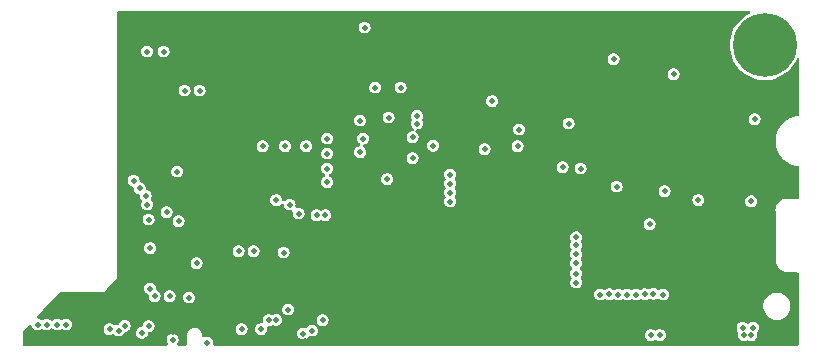
<source format=gbr>
%TF.GenerationSoftware,KiCad,Pcbnew,7.0.8*%
%TF.CreationDate,2024-03-21T14:52:22+01:00*%
%TF.ProjectId,so-dimm-esp32-cm,736f2d64-696d-46d2-9d65-737033322d63,REV.03*%
%TF.SameCoordinates,Original*%
%TF.FileFunction,Copper,L2,Inr*%
%TF.FilePolarity,Positive*%
%FSLAX46Y46*%
G04 Gerber Fmt 4.6, Leading zero omitted, Abs format (unit mm)*
G04 Created by KiCad (PCBNEW 7.0.8) date 2024-03-21 14:52:22*
%MOMM*%
%LPD*%
G01*
G04 APERTURE LIST*
%TA.AperFunction,ComponentPad*%
%ADD10C,0.800000*%
%TD*%
%TA.AperFunction,ComponentPad*%
%ADD11C,5.400000*%
%TD*%
%TA.AperFunction,ViaPad*%
%ADD12C,0.500000*%
%TD*%
%TA.AperFunction,ViaPad*%
%ADD13C,0.800000*%
%TD*%
G04 APERTURE END LIST*
D10*
%TO.N,Net-(C7-Pad1)*%
%TO.C,H1*%
X177899109Y-79975109D03*
X178492218Y-78543218D03*
X178492218Y-81407000D03*
X179924109Y-77950109D03*
D11*
X179924109Y-79975109D03*
D10*
X179924109Y-82000109D03*
X181356000Y-78543218D03*
X181356000Y-81407000D03*
X181949109Y-79975109D03*
%TD*%
D12*
%TO.N,+3V3*%
X150114000Y-87757000D03*
X127762000Y-94742000D03*
X178943000Y-103886000D03*
X131826000Y-98425000D03*
X178181000Y-104521000D03*
X172212000Y-82423000D03*
X178054000Y-103886000D03*
X145923000Y-87884000D03*
X163322000Y-86614000D03*
X129794000Y-104916503D03*
X132715000Y-105156000D03*
X167386000Y-91948000D03*
X149098000Y-83566000D03*
X178790600Y-93211950D03*
X170180000Y-95123000D03*
X156845000Y-84709000D03*
X174315500Y-93091000D03*
X127889000Y-100584000D03*
X171450000Y-92329000D03*
X127889000Y-97155000D03*
X146939000Y-83566000D03*
X179070000Y-86233000D03*
X178775346Y-104521000D03*
%TO.N,GND*%
X157480000Y-80010000D03*
X125476000Y-97282000D03*
X180340000Y-86360000D03*
X149860000Y-80010000D03*
X142803817Y-105059417D03*
X169675306Y-105130499D03*
D13*
X179933600Y-99815950D03*
D12*
X173990000Y-101600000D03*
X132842000Y-88011000D03*
X125476000Y-79756000D03*
X122936000Y-105029000D03*
X151130000Y-87757000D03*
X179451000Y-105156000D03*
X125476000Y-92964000D03*
X168910000Y-85090000D03*
X133477000Y-88773000D03*
X180340000Y-91440000D03*
X134239000Y-88011000D03*
X125476000Y-89916000D03*
X144528978Y-105134162D03*
X177038000Y-105156000D03*
X158750000Y-83820000D03*
X166624000Y-93599000D03*
X125476000Y-78740000D03*
X142240000Y-82550000D03*
X176530000Y-97790000D03*
X169672000Y-77851000D03*
X160020000Y-80010000D03*
X121158000Y-105029000D03*
X177800000Y-93980000D03*
X125476000Y-80772000D03*
X125476000Y-93980000D03*
X129794000Y-104267000D03*
X157480000Y-82550000D03*
X175260000Y-78740000D03*
X165862000Y-82423000D03*
X177800000Y-83820000D03*
X158750000Y-78740000D03*
X177800000Y-101600000D03*
X135636000Y-105156000D03*
X153546465Y-105136942D03*
X141020800Y-105054400D03*
X154178000Y-96266000D03*
X152400000Y-80010000D03*
X125476000Y-83820000D03*
X174315500Y-94742000D03*
X163830000Y-78740000D03*
X154940000Y-77470000D03*
X152400000Y-77470000D03*
X154178000Y-94996000D03*
X152908000Y-94996000D03*
X146431000Y-105156000D03*
X176530000Y-90170000D03*
X161290000Y-83820000D03*
X139192000Y-105054400D03*
X176530000Y-92710000D03*
X135636000Y-89408000D03*
X125476000Y-82804000D03*
X164341361Y-105136049D03*
X165100000Y-80010000D03*
X135636000Y-88011000D03*
X151130000Y-78740000D03*
X125476000Y-91948000D03*
X181610000Y-90170000D03*
X125476000Y-77724000D03*
X133477000Y-87376000D03*
X154940000Y-82550000D03*
X126627925Y-104837475D03*
X153162000Y-99060000D03*
X176530000Y-95250000D03*
X153670000Y-78740000D03*
X125476000Y-84836000D03*
X134874000Y-88773000D03*
X157102040Y-105131415D03*
X160020000Y-82550000D03*
X133604308Y-105003600D03*
X176530000Y-82550000D03*
X134874000Y-90170000D03*
X125476000Y-94996000D03*
X165100000Y-77470000D03*
X157480000Y-77470000D03*
X148263233Y-105144884D03*
X137464800Y-105105200D03*
X148590000Y-78740000D03*
X163322000Y-88392000D03*
X160784887Y-105145909D03*
X125476000Y-98933000D03*
X149860000Y-77470000D03*
X131826000Y-99187000D03*
X154940000Y-80010000D03*
X172466000Y-77851000D03*
X155450000Y-105100000D03*
X149989608Y-105147291D03*
X151511000Y-87122000D03*
X152400000Y-98298000D03*
X163830000Y-83820000D03*
X162563538Y-105140433D03*
X119380000Y-105029000D03*
X125476000Y-86868000D03*
X171704000Y-105156000D03*
X125476000Y-96012000D03*
X166118535Y-105132878D03*
X176530000Y-102870000D03*
X162560000Y-77470000D03*
X171450000Y-85090000D03*
X173990000Y-96520000D03*
X180340000Y-88900000D03*
X152400000Y-82550000D03*
X175260000Y-105156000D03*
X165100000Y-82550000D03*
X177800000Y-91440000D03*
X162560000Y-80010000D03*
X139700000Y-82550000D03*
X117602000Y-105029000D03*
X181610000Y-85090000D03*
X125476000Y-81788000D03*
X137160000Y-82550000D03*
X162560000Y-82550000D03*
X125476000Y-90932000D03*
X173990000Y-85090000D03*
X153289000Y-93980000D03*
X160020000Y-77470000D03*
X156210000Y-78740000D03*
X161290000Y-78740000D03*
X168910000Y-87630000D03*
X125476000Y-87884000D03*
X176530000Y-77470000D03*
X149860000Y-82550000D03*
X134874000Y-87376000D03*
X167907617Y-105127499D03*
X125476000Y-88900000D03*
X151130000Y-83820000D03*
X147320000Y-77470000D03*
X176149000Y-85090000D03*
X132842000Y-89408000D03*
X164592000Y-100711000D03*
X176530000Y-100330000D03*
X126238000Y-79629000D03*
X175260000Y-81280000D03*
X133477000Y-90170000D03*
X173990000Y-99060000D03*
X151768468Y-105141586D03*
X179070000Y-87630000D03*
X124750500Y-104698800D03*
X166370000Y-85090000D03*
X177800000Y-96520000D03*
X125476000Y-85852000D03*
X167640000Y-86360000D03*
X179070000Y-90170000D03*
X177800000Y-99060000D03*
X134239000Y-89408000D03*
X166624000Y-94488000D03*
X159004000Y-105127499D03*
%TO.N,/SCL*%
X159004000Y-88519000D03*
X162814000Y-90297000D03*
%TO.N,/SDA*%
X159131000Y-87122000D03*
%TO.N,/~{E2_INT}*%
X164338000Y-90424000D03*
X145669000Y-86360000D03*
%TO.N,E2_IO0_2*%
X163957161Y-96251538D03*
%TO.N,E2_IO0_3*%
X163949923Y-96901000D03*
%TO.N,E2_IO0_4*%
X163957000Y-97663000D03*
%TO.N,E2_IO0_5*%
X163957000Y-98425000D03*
%TO.N,E2_IO0_6*%
X163957000Y-99314000D03*
%TO.N,E2_IO0_7*%
X163957000Y-100076000D03*
%TO.N,E2_IO1_0*%
X171323000Y-101092000D03*
%TO.N,E2_IO1_1*%
X170508188Y-101038056D03*
%TO.N,E2_IO1_2*%
X169773422Y-101066422D03*
%TO.N,E2_IO1_3*%
X169037000Y-101092000D03*
%TO.N,E2_IO1_4*%
X168275000Y-101092000D03*
%TO.N,E2_IO1_5*%
X167511269Y-101092000D03*
%TO.N,E2_IO1_6*%
X166782447Y-101079066D03*
%TO.N,E2_IO1_7*%
X165989000Y-101090812D03*
%TO.N,/SDA0*%
X118364000Y-103632000D03*
X147955000Y-91313000D03*
X150114000Y-89535000D03*
X142875000Y-91567000D03*
X126492000Y-91440000D03*
X137414000Y-88519000D03*
%TO.N,/ESP32-CM/ESP_EN{slash}CM_RUN*%
X167132000Y-81153000D03*
X129286000Y-94107000D03*
%TO.N,/ESP32-CM/RXD0*%
X137287000Y-104013000D03*
X132080000Y-83820000D03*
%TO.N,/ESP32-CM/TXD0*%
X130810000Y-83820000D03*
X135636000Y-104013000D03*
%TO.N,E1_IO0_4*%
X153289000Y-90932000D03*
%TO.N,E1_IO0_5*%
X153289000Y-91694000D03*
%TO.N,E1_IO0_6*%
X153289000Y-92456000D03*
%TO.N,E1_IO0_7*%
X153289000Y-93218000D03*
%TO.N,/SCL0*%
X142875000Y-90424000D03*
X127000000Y-92075000D03*
X151864200Y-88491200D03*
X119126000Y-103632000D03*
X139319000Y-88519000D03*
%TO.N,/ESP32-CM/IO0*%
X124460000Y-104013000D03*
X130175000Y-90678000D03*
X146050000Y-78486000D03*
%TO.N,/ESP32-CM/USB_D-*%
X141987000Y-94361000D03*
X171050346Y-104521000D03*
%TO.N,/ESP32-CM/USB_D+*%
X142737000Y-94361000D03*
X170300346Y-104521000D03*
%TO.N,/ESP32-CM/V1SPI_CLK*%
X140462000Y-94234000D03*
X142494000Y-103251000D03*
%TO.N,/ESP32-CM/V1SPI_MOSI*%
X139700000Y-93472000D03*
X141605000Y-104140000D03*
%TO.N,/ESP32-CM/V1SPI_MISO*%
X138557000Y-93091000D03*
X140843000Y-104394000D03*
%TO.N,/ESP32-CM/V1SPI_CS*%
X139192000Y-97536000D03*
X139581500Y-102362000D03*
%TO.N,/ESP32-CM/V0SPI_CLK*%
X129540000Y-101219000D03*
X127762000Y-103759000D03*
X129032000Y-80518000D03*
%TO.N,/ESP32-CM/V0SPI_MOSI*%
X131191000Y-101346000D03*
X127203200Y-104343200D03*
%TO.N,/ESP32-CM/V0SPI_MISO*%
X128270000Y-101219000D03*
X127635000Y-80518000D03*
X125741602Y-103750298D03*
%TO.N,/ESP32-CM/V0SPI_CS*%
X125222000Y-104140000D03*
X130302000Y-94869000D03*
%TO.N,/ESP32-CM/GPIO15{slash}RTS*%
X135382000Y-97409000D03*
X137922000Y-103251000D03*
%TO.N,/ESP32-CM/GPIO16{slash}CTS*%
X136652000Y-97409000D03*
X138571444Y-103242260D03*
%TO.N,/SDA1*%
X120015000Y-103632000D03*
X141097000Y-88519000D03*
X142875000Y-89154000D03*
X127508000Y-92710000D03*
X150494521Y-85964498D03*
X145669000Y-89027000D03*
X148082000Y-86106000D03*
%TO.N,/SCL1*%
X120777000Y-103632000D03*
X127635000Y-93472000D03*
X156210000Y-88773000D03*
X142875000Y-87884000D03*
X150495000Y-86614000D03*
%TD*%
%TA.AperFunction,Conductor*%
%TO.N,GND*%
G36*
X178647084Y-77097503D02*
G01*
X178693577Y-77151159D01*
X178703681Y-77221433D01*
X178674187Y-77286013D01*
X178635514Y-77316097D01*
X178458737Y-77404878D01*
X178444347Y-77412105D01*
X178156818Y-77601216D01*
X177893175Y-77822438D01*
X177656991Y-78072778D01*
X177451488Y-78348817D01*
X177451470Y-78348844D01*
X177279398Y-78646882D01*
X177279395Y-78646887D01*
X177143085Y-78962890D01*
X177143083Y-78962896D01*
X177044376Y-79292599D01*
X176984612Y-79631535D01*
X176984612Y-79631541D01*
X176964602Y-79975109D01*
X176984612Y-80318676D01*
X176984612Y-80318682D01*
X176984613Y-80318687D01*
X177044376Y-80657618D01*
X177143082Y-80987320D01*
X177143084Y-80987326D01*
X177143085Y-80987327D01*
X177279395Y-81303330D01*
X177279398Y-81303335D01*
X177414995Y-81538196D01*
X177451477Y-81601385D01*
X177451486Y-81601397D01*
X177451488Y-81601400D01*
X177656991Y-81877439D01*
X177893175Y-82127779D01*
X178156818Y-82349001D01*
X178269328Y-82423000D01*
X178444355Y-82538117D01*
X178751908Y-82692576D01*
X179075313Y-82810286D01*
X179410196Y-82889654D01*
X179605529Y-82912485D01*
X179752026Y-82929609D01*
X179752029Y-82929609D01*
X180096192Y-82929609D01*
X180224376Y-82914625D01*
X180438022Y-82889654D01*
X180772905Y-82810286D01*
X181096310Y-82692576D01*
X181403863Y-82538117D01*
X181691404Y-82348998D01*
X181955046Y-82127776D01*
X182191223Y-81877443D01*
X182396741Y-81601385D01*
X182568821Y-81303333D01*
X182633150Y-81154199D01*
X182678497Y-81099574D01*
X182746179Y-81078135D01*
X182814708Y-81096692D01*
X182862326Y-81149352D01*
X182874845Y-81204107D01*
X182874845Y-85817251D01*
X182854843Y-85885372D01*
X182801187Y-85931865D01*
X182765289Y-85942173D01*
X182604908Y-85963284D01*
X182604887Y-85963288D01*
X182332604Y-86036241D01*
X182072145Y-86144122D01*
X182072135Y-86144127D01*
X181828009Y-86285068D01*
X181604358Y-86456678D01*
X181604347Y-86456687D01*
X181405017Y-86656013D01*
X181405013Y-86656018D01*
X181233395Y-86879671D01*
X181092447Y-87123793D01*
X181092443Y-87123801D01*
X181092442Y-87123804D01*
X180984560Y-87384251D01*
X180924488Y-87608442D01*
X180911594Y-87656561D01*
X180874799Y-87936044D01*
X180874799Y-88217955D01*
X180911594Y-88497438D01*
X180911595Y-88497441D01*
X180911596Y-88497448D01*
X180984560Y-88769749D01*
X181091118Y-89027000D01*
X181092443Y-89030198D01*
X181092447Y-89030206D01*
X181173504Y-89170596D01*
X181233398Y-89274333D01*
X181405014Y-89497983D01*
X181604354Y-89697319D01*
X181728400Y-89792500D01*
X181828009Y-89868931D01*
X182072135Y-90009872D01*
X182072141Y-90009875D01*
X182072148Y-90009879D01*
X182332598Y-90117756D01*
X182332601Y-90117756D01*
X182332604Y-90117758D01*
X182604887Y-90190711D01*
X182604890Y-90190711D01*
X182604900Y-90190714D01*
X182765293Y-90211826D01*
X182830217Y-90240545D01*
X182869310Y-90299809D01*
X182874846Y-90336747D01*
X182874846Y-92839900D01*
X182854844Y-92908021D01*
X182801188Y-92954514D01*
X182748846Y-92965900D01*
X181921105Y-92965900D01*
X181917374Y-92965789D01*
X181837844Y-92961072D01*
X181667021Y-92979952D01*
X181667004Y-92979955D01*
X181501777Y-93027271D01*
X181501770Y-93027274D01*
X181346835Y-93101685D01*
X181206602Y-93201073D01*
X181085073Y-93322602D01*
X180985685Y-93462835D01*
X180911274Y-93617770D01*
X180911271Y-93617777D01*
X180863955Y-93783004D01*
X180863952Y-93783021D01*
X180845072Y-93953844D01*
X180849790Y-94033375D01*
X180849901Y-94037106D01*
X180849901Y-98165414D01*
X180849902Y-98165417D01*
X180850979Y-98173597D01*
X180850613Y-98173645D01*
X180853771Y-98204866D01*
X180852144Y-98231894D01*
X180852144Y-98231901D01*
X180876529Y-98420038D01*
X180935581Y-98600319D01*
X180935583Y-98600323D01*
X181027231Y-98766426D01*
X181027231Y-98766427D01*
X181148256Y-98912516D01*
X181148259Y-98912519D01*
X181294415Y-99033469D01*
X181460568Y-99125030D01*
X181640885Y-99183989D01*
X181829036Y-99208274D01*
X181916702Y-99202948D01*
X181920931Y-99202835D01*
X182707460Y-99208521D01*
X182775433Y-99229015D01*
X182821537Y-99283006D01*
X182832546Y-99333851D01*
X182845405Y-101763800D01*
X182864029Y-105283334D01*
X182844389Y-105351559D01*
X182790980Y-105398335D01*
X182738032Y-105410000D01*
X133333580Y-105410000D01*
X133265459Y-105389998D01*
X133218966Y-105336342D01*
X133208862Y-105266070D01*
X133218148Y-105201488D01*
X133224688Y-105156003D01*
X133224688Y-105156000D01*
X133204042Y-105012404D01*
X133143777Y-104880442D01*
X133048775Y-104770804D01*
X133048774Y-104770803D01*
X132982787Y-104728396D01*
X132926732Y-104692371D01*
X132926731Y-104692370D01*
X132926730Y-104692370D01*
X132787536Y-104651500D01*
X132642464Y-104651500D01*
X132503272Y-104692370D01*
X132494621Y-104694910D01*
X132494174Y-104693390D01*
X132433910Y-104702054D01*
X132369330Y-104672559D01*
X132330949Y-104612831D01*
X132325846Y-104577337D01*
X132325846Y-104503709D01*
X132321986Y-104486796D01*
X132293227Y-104360795D01*
X132229625Y-104228724D01*
X132138229Y-104114118D01*
X132023623Y-104022722D01*
X132023621Y-104022721D01*
X132023620Y-104022720D01*
X132023618Y-104022719D01*
X132003436Y-104013000D01*
X135126312Y-104013000D01*
X135146958Y-104156596D01*
X135207223Y-104288558D01*
X135302225Y-104398196D01*
X135424268Y-104476629D01*
X135563464Y-104517500D01*
X135708536Y-104517500D01*
X135847732Y-104476629D01*
X135969775Y-104398196D01*
X136064777Y-104288558D01*
X136125042Y-104156596D01*
X136145688Y-104013000D01*
X136777312Y-104013000D01*
X136797958Y-104156596D01*
X136858223Y-104288558D01*
X136953225Y-104398196D01*
X137075268Y-104476629D01*
X137214464Y-104517500D01*
X137359536Y-104517500D01*
X137498732Y-104476629D01*
X137620775Y-104398196D01*
X137624411Y-104394000D01*
X140333312Y-104394000D01*
X140353958Y-104537596D01*
X140414223Y-104669558D01*
X140509225Y-104779196D01*
X140631268Y-104857629D01*
X140770464Y-104898500D01*
X140915536Y-104898500D01*
X141054732Y-104857629D01*
X141176775Y-104779196D01*
X141271777Y-104669558D01*
X141271782Y-104669546D01*
X141275707Y-104663440D01*
X141329360Y-104616944D01*
X141399633Y-104606835D01*
X141417203Y-104610657D01*
X141532464Y-104644500D01*
X141677536Y-104644500D01*
X141816732Y-104603629D01*
X141938775Y-104525196D01*
X141942411Y-104521000D01*
X169790658Y-104521000D01*
X169811304Y-104664596D01*
X169871569Y-104796558D01*
X169966571Y-104906196D01*
X170088614Y-104984629D01*
X170227810Y-105025500D01*
X170372882Y-105025500D01*
X170512078Y-104984629D01*
X170607226Y-104923480D01*
X170675345Y-104903478D01*
X170743462Y-104923478D01*
X170790169Y-104953495D01*
X170838610Y-104984627D01*
X170838612Y-104984627D01*
X170838614Y-104984629D01*
X170977810Y-105025500D01*
X171122882Y-105025500D01*
X171262078Y-104984629D01*
X171384121Y-104906196D01*
X171479123Y-104796558D01*
X171539388Y-104664596D01*
X171560034Y-104521000D01*
X171539388Y-104377404D01*
X171479123Y-104245442D01*
X171384121Y-104135804D01*
X171384120Y-104135803D01*
X171321605Y-104095627D01*
X171262078Y-104057371D01*
X171262077Y-104057370D01*
X171262076Y-104057370D01*
X171122882Y-104016500D01*
X170977810Y-104016500D01*
X170838615Y-104057370D01*
X170838612Y-104057372D01*
X170743467Y-104118518D01*
X170675346Y-104138520D01*
X170607225Y-104118518D01*
X170528058Y-104067641D01*
X170512078Y-104057371D01*
X170512077Y-104057370D01*
X170512076Y-104057370D01*
X170372882Y-104016500D01*
X170227810Y-104016500D01*
X170088615Y-104057370D01*
X170088612Y-104057372D01*
X169966571Y-104135803D01*
X169871569Y-104245441D01*
X169811304Y-104377403D01*
X169807709Y-104402409D01*
X169790658Y-104521000D01*
X141942411Y-104521000D01*
X142033777Y-104415558D01*
X142094042Y-104283596D01*
X142114688Y-104140000D01*
X142094042Y-103996404D01*
X142043622Y-103886000D01*
X177544312Y-103886000D01*
X177564958Y-104029596D01*
X177625223Y-104161558D01*
X177680448Y-104225291D01*
X177709941Y-104289872D01*
X177699840Y-104360141D01*
X177691958Y-104377402D01*
X177691957Y-104377402D01*
X177671312Y-104520996D01*
X177671312Y-104520998D01*
X177671312Y-104521000D01*
X177691958Y-104664596D01*
X177752223Y-104796558D01*
X177847225Y-104906196D01*
X177969268Y-104984629D01*
X178108464Y-105025500D01*
X178253536Y-105025500D01*
X178392732Y-104984629D01*
X178410051Y-104973498D01*
X178478169Y-104953495D01*
X178546289Y-104973494D01*
X178563614Y-104984629D01*
X178702810Y-105025500D01*
X178847882Y-105025500D01*
X178987078Y-104984629D01*
X179109121Y-104906196D01*
X179204123Y-104796558D01*
X179264388Y-104664596D01*
X179285034Y-104521000D01*
X179264388Y-104377404D01*
X179264386Y-104377399D01*
X179263615Y-104374771D01*
X179263614Y-104372030D01*
X179263105Y-104368484D01*
X179263614Y-104368410D01*
X179263613Y-104303775D01*
X179289286Y-104256757D01*
X179371777Y-104161558D01*
X179432042Y-104029596D01*
X179452688Y-103886000D01*
X179432042Y-103742404D01*
X179371777Y-103610442D01*
X179276775Y-103500804D01*
X179276774Y-103500803D01*
X179174137Y-103434842D01*
X179154732Y-103422371D01*
X179154731Y-103422370D01*
X179154730Y-103422370D01*
X179015536Y-103381500D01*
X178870464Y-103381500D01*
X178731269Y-103422370D01*
X178731266Y-103422372D01*
X178609225Y-103500803D01*
X178593724Y-103518693D01*
X178533998Y-103557076D01*
X178463001Y-103557076D01*
X178403276Y-103518693D01*
X178387774Y-103500803D01*
X178285137Y-103434842D01*
X178265732Y-103422371D01*
X178265731Y-103422370D01*
X178265730Y-103422370D01*
X178126536Y-103381500D01*
X177981464Y-103381500D01*
X177842269Y-103422370D01*
X177842266Y-103422372D01*
X177720225Y-103500803D01*
X177625223Y-103610441D01*
X177564958Y-103742403D01*
X177544312Y-103886000D01*
X142043622Y-103886000D01*
X142033777Y-103864442D01*
X142002446Y-103828284D01*
X141972953Y-103763703D01*
X141973064Y-103762928D01*
X141933208Y-103751226D01*
X141862659Y-103705887D01*
X141816732Y-103676371D01*
X141816731Y-103676370D01*
X141816730Y-103676370D01*
X141677536Y-103635500D01*
X141532464Y-103635500D01*
X141393269Y-103676370D01*
X141393266Y-103676372D01*
X141271225Y-103754803D01*
X141176223Y-103864440D01*
X141172286Y-103870568D01*
X141118629Y-103917060D01*
X141048355Y-103927162D01*
X141030792Y-103923341D01*
X140915537Y-103889500D01*
X140915536Y-103889500D01*
X140770464Y-103889500D01*
X140631269Y-103930370D01*
X140631266Y-103930372D01*
X140509225Y-104008803D01*
X140414223Y-104118441D01*
X140353958Y-104250403D01*
X140350450Y-104274800D01*
X140333312Y-104394000D01*
X137624411Y-104394000D01*
X137715777Y-104288558D01*
X137776042Y-104156596D01*
X137796688Y-104013000D01*
X137780359Y-103899430D01*
X137790463Y-103829158D01*
X137836956Y-103775502D01*
X137905077Y-103755500D01*
X137994536Y-103755500D01*
X138133732Y-103714629D01*
X138185399Y-103681423D01*
X138253520Y-103661421D01*
X138321640Y-103681421D01*
X138359712Y-103705889D01*
X138498908Y-103746760D01*
X138643980Y-103746760D01*
X138783176Y-103705889D01*
X138905219Y-103627456D01*
X139000221Y-103517818D01*
X139060486Y-103385856D01*
X139079875Y-103251000D01*
X141984312Y-103251000D01*
X142004958Y-103394596D01*
X142065223Y-103526558D01*
X142065226Y-103526562D01*
X142096553Y-103562716D01*
X142126046Y-103627296D01*
X142125934Y-103628070D01*
X142165790Y-103639772D01*
X142282268Y-103714629D01*
X142421464Y-103755500D01*
X142566536Y-103755500D01*
X142705732Y-103714629D01*
X142827775Y-103636196D01*
X142922777Y-103526558D01*
X142983042Y-103394596D01*
X143003688Y-103251000D01*
X142983042Y-103107404D01*
X142922777Y-102975442D01*
X142827775Y-102865804D01*
X142827774Y-102865803D01*
X142743801Y-102811837D01*
X142705732Y-102787371D01*
X142705731Y-102787370D01*
X142705730Y-102787370D01*
X142566536Y-102746500D01*
X142421464Y-102746500D01*
X142282269Y-102787370D01*
X142282266Y-102787372D01*
X142160225Y-102865803D01*
X142065223Y-102975441D01*
X142004958Y-103107403D01*
X141984312Y-103251000D01*
X139079875Y-103251000D01*
X139081132Y-103242260D01*
X139060486Y-103098664D01*
X139000221Y-102966702D01*
X138905219Y-102857064D01*
X138905218Y-102857063D01*
X138796777Y-102787372D01*
X138783176Y-102778631D01*
X138783175Y-102778630D01*
X138783174Y-102778630D01*
X138643980Y-102737760D01*
X138498908Y-102737760D01*
X138359712Y-102778630D01*
X138308041Y-102811837D01*
X138239920Y-102831838D01*
X138171803Y-102811837D01*
X138133731Y-102787370D01*
X137994536Y-102746500D01*
X137849464Y-102746500D01*
X137710269Y-102787370D01*
X137710266Y-102787372D01*
X137588225Y-102865803D01*
X137493223Y-102975441D01*
X137436950Y-103098663D01*
X137432958Y-103107404D01*
X137412312Y-103251000D01*
X137427472Y-103356442D01*
X137428641Y-103364568D01*
X137418537Y-103434842D01*
X137372044Y-103488498D01*
X137303923Y-103508500D01*
X137214464Y-103508500D01*
X137075269Y-103549370D01*
X137075266Y-103549372D01*
X136953225Y-103627803D01*
X136858223Y-103737441D01*
X136797958Y-103869403D01*
X136784545Y-103962695D01*
X136777312Y-104013000D01*
X136145688Y-104013000D01*
X136125042Y-103869404D01*
X136064777Y-103737442D01*
X135969775Y-103627804D01*
X135969774Y-103627803D01*
X135859721Y-103557076D01*
X135847732Y-103549371D01*
X135847731Y-103549370D01*
X135847730Y-103549370D01*
X135708536Y-103508500D01*
X135563464Y-103508500D01*
X135424269Y-103549370D01*
X135424266Y-103549372D01*
X135302225Y-103627803D01*
X135207223Y-103737441D01*
X135146958Y-103869403D01*
X135133545Y-103962695D01*
X135126312Y-104013000D01*
X132003436Y-104013000D01*
X131906174Y-103966161D01*
X131891552Y-103959120D01*
X131748640Y-103926501D01*
X131602052Y-103926501D01*
X131459140Y-103959120D01*
X131459135Y-103959122D01*
X131327073Y-104022719D01*
X131327071Y-104022720D01*
X131212463Y-104114118D01*
X131121065Y-104228726D01*
X131121064Y-104228728D01*
X131065938Y-104343200D01*
X131057465Y-104360795D01*
X131028708Y-104486789D01*
X131024846Y-104503709D01*
X131024846Y-105284000D01*
X131004844Y-105352121D01*
X130951188Y-105398614D01*
X130898846Y-105410000D01*
X130309833Y-105410000D01*
X130241712Y-105389998D01*
X130195219Y-105336342D01*
X130185115Y-105266068D01*
X130214609Y-105201488D01*
X130214610Y-105201486D01*
X130222777Y-105192061D01*
X130283042Y-105060099D01*
X130303688Y-104916503D01*
X130283042Y-104772907D01*
X130222777Y-104640945D01*
X130127775Y-104531307D01*
X130127774Y-104531306D01*
X130030824Y-104469000D01*
X130005732Y-104452874D01*
X130005731Y-104452873D01*
X130005730Y-104452873D01*
X129866536Y-104412003D01*
X129721464Y-104412003D01*
X129582269Y-104452873D01*
X129582266Y-104452875D01*
X129460225Y-104531306D01*
X129365223Y-104640944D01*
X129304958Y-104772906D01*
X129284312Y-104916503D01*
X129304958Y-105060099D01*
X129365223Y-105192061D01*
X129373390Y-105201486D01*
X129402884Y-105266066D01*
X129392782Y-105336340D01*
X129346290Y-105389997D01*
X129278169Y-105410000D01*
X117220000Y-105410000D01*
X117151879Y-105389998D01*
X117105386Y-105336342D01*
X117094000Y-105284000D01*
X117094000Y-104316375D01*
X117114002Y-104248254D01*
X117127546Y-104230770D01*
X117135086Y-104222627D01*
X117651589Y-103664803D01*
X117712546Y-103628410D01*
X117783504Y-103630749D01*
X117841933Y-103671080D01*
X117868758Y-103732478D01*
X117874956Y-103775589D01*
X117874958Y-103775596D01*
X117935223Y-103907558D01*
X118030225Y-104017196D01*
X118152268Y-104095629D01*
X118291464Y-104136500D01*
X118436536Y-104136500D01*
X118575732Y-104095629D01*
X118676879Y-104030624D01*
X118744999Y-104010623D01*
X118813120Y-104030625D01*
X118813121Y-104030625D01*
X118914268Y-104095629D01*
X119053464Y-104136500D01*
X119198536Y-104136500D01*
X119337732Y-104095629D01*
X119459775Y-104017196D01*
X119475276Y-103999306D01*
X119535000Y-103960923D01*
X119605996Y-103960922D01*
X119665721Y-103999304D01*
X119681225Y-104017196D01*
X119803268Y-104095629D01*
X119942464Y-104136500D01*
X120087536Y-104136500D01*
X120226732Y-104095629D01*
X120327879Y-104030624D01*
X120395999Y-104010623D01*
X120464120Y-104030625D01*
X120464121Y-104030625D01*
X120565268Y-104095629D01*
X120704464Y-104136500D01*
X120849536Y-104136500D01*
X120988732Y-104095629D01*
X121110775Y-104017196D01*
X121114411Y-104013000D01*
X123950312Y-104013000D01*
X123970958Y-104156596D01*
X124031223Y-104288558D01*
X124126225Y-104398196D01*
X124248268Y-104476629D01*
X124387464Y-104517500D01*
X124532536Y-104517500D01*
X124671732Y-104476629D01*
X124691907Y-104463662D01*
X124760027Y-104443659D01*
X124828148Y-104463659D01*
X124855254Y-104487146D01*
X124869606Y-104503709D01*
X124888225Y-104525196D01*
X125010268Y-104603629D01*
X125149464Y-104644500D01*
X125294536Y-104644500D01*
X125433732Y-104603629D01*
X125555775Y-104525196D01*
X125650777Y-104415558D01*
X125683821Y-104343200D01*
X126693512Y-104343200D01*
X126714158Y-104486796D01*
X126774423Y-104618758D01*
X126869425Y-104728396D01*
X126991468Y-104806829D01*
X127130664Y-104847700D01*
X127275736Y-104847700D01*
X127414932Y-104806829D01*
X127536975Y-104728396D01*
X127631977Y-104618758D01*
X127692242Y-104486796D01*
X127697119Y-104452874D01*
X127708810Y-104371568D01*
X127738303Y-104306987D01*
X127798029Y-104268604D01*
X127833527Y-104263500D01*
X127834536Y-104263500D01*
X127973732Y-104222629D01*
X128095775Y-104144196D01*
X128190777Y-104034558D01*
X128251042Y-103902596D01*
X128271688Y-103759000D01*
X128251042Y-103615404D01*
X128190777Y-103483442D01*
X128095775Y-103373804D01*
X128095774Y-103373803D01*
X127985721Y-103303076D01*
X127973732Y-103295371D01*
X127973731Y-103295370D01*
X127973730Y-103295370D01*
X127834536Y-103254500D01*
X127689464Y-103254500D01*
X127550269Y-103295370D01*
X127550266Y-103295372D01*
X127428225Y-103373803D01*
X127333223Y-103483441D01*
X127272958Y-103615403D01*
X127272956Y-103615410D01*
X127256390Y-103730632D01*
X127226897Y-103795213D01*
X127167171Y-103833596D01*
X127131673Y-103838700D01*
X127130664Y-103838700D01*
X126991469Y-103879570D01*
X126991466Y-103879572D01*
X126869425Y-103958003D01*
X126774423Y-104067641D01*
X126714158Y-104199603D01*
X126707568Y-104245441D01*
X126693512Y-104343200D01*
X125683821Y-104343200D01*
X125690555Y-104328455D01*
X125737048Y-104274800D01*
X125805169Y-104254798D01*
X125814138Y-104254798D01*
X125953334Y-104213927D01*
X126075377Y-104135494D01*
X126170379Y-104025856D01*
X126230644Y-103893894D01*
X126251290Y-103750298D01*
X126230644Y-103606702D01*
X126170379Y-103474740D01*
X126075377Y-103365102D01*
X126075376Y-103365101D01*
X126014355Y-103325885D01*
X125953334Y-103286669D01*
X125953333Y-103286668D01*
X125953332Y-103286668D01*
X125814138Y-103245798D01*
X125669066Y-103245798D01*
X125529871Y-103286668D01*
X125529868Y-103286670D01*
X125407827Y-103365101D01*
X125312825Y-103474739D01*
X125289159Y-103526562D01*
X125275224Y-103557076D01*
X125273047Y-103561842D01*
X125226554Y-103615498D01*
X125158433Y-103635500D01*
X125149464Y-103635500D01*
X125010269Y-103676370D01*
X125010261Y-103676374D01*
X124990085Y-103689340D01*
X124921964Y-103709340D01*
X124853844Y-103689336D01*
X124826746Y-103665854D01*
X124793775Y-103627804D01*
X124793774Y-103627803D01*
X124683721Y-103557076D01*
X124671732Y-103549371D01*
X124671731Y-103549370D01*
X124671730Y-103549370D01*
X124532536Y-103508500D01*
X124387464Y-103508500D01*
X124248269Y-103549370D01*
X124248266Y-103549372D01*
X124126225Y-103627803D01*
X124031223Y-103737441D01*
X123970958Y-103869403D01*
X123957545Y-103962695D01*
X123950312Y-104013000D01*
X121114411Y-104013000D01*
X121205777Y-103907558D01*
X121266042Y-103775596D01*
X121286688Y-103632000D01*
X121266042Y-103488404D01*
X121205777Y-103356442D01*
X121110775Y-103246804D01*
X121110774Y-103246803D01*
X121049753Y-103207587D01*
X120988732Y-103168371D01*
X120988731Y-103168370D01*
X120988730Y-103168370D01*
X120849536Y-103127500D01*
X120704464Y-103127500D01*
X120565269Y-103168370D01*
X120565266Y-103168372D01*
X120464121Y-103233374D01*
X120396000Y-103253376D01*
X120327879Y-103233374D01*
X120257125Y-103187904D01*
X120226732Y-103168371D01*
X120226731Y-103168370D01*
X120226730Y-103168370D01*
X120087536Y-103127500D01*
X119942464Y-103127500D01*
X119803269Y-103168370D01*
X119803266Y-103168372D01*
X119681225Y-103246803D01*
X119665724Y-103264693D01*
X119605998Y-103303076D01*
X119535001Y-103303076D01*
X119475276Y-103264693D01*
X119459774Y-103246803D01*
X119398753Y-103207587D01*
X119337732Y-103168371D01*
X119337731Y-103168370D01*
X119337730Y-103168370D01*
X119198536Y-103127500D01*
X119053464Y-103127500D01*
X118914269Y-103168370D01*
X118914266Y-103168372D01*
X118813121Y-103233374D01*
X118745000Y-103253376D01*
X118676879Y-103233374D01*
X118606125Y-103187904D01*
X118575732Y-103168371D01*
X118575731Y-103168370D01*
X118575730Y-103168370D01*
X118436534Y-103127499D01*
X118427615Y-103126217D01*
X118427837Y-103124669D01*
X118369356Y-103107498D01*
X118322863Y-103053842D01*
X118312759Y-102983568D01*
X118342253Y-102918988D01*
X118345023Y-102915895D01*
X118390759Y-102866500D01*
X118857888Y-102362000D01*
X139071812Y-102362000D01*
X139092458Y-102505596D01*
X139152723Y-102637558D01*
X139247725Y-102747196D01*
X139369768Y-102825629D01*
X139508964Y-102866500D01*
X139654036Y-102866500D01*
X139793232Y-102825629D01*
X139915275Y-102747196D01*
X140010277Y-102637558D01*
X140070542Y-102505596D01*
X140091188Y-102362000D01*
X140070542Y-102218404D01*
X140056022Y-102186610D01*
X179799500Y-102186610D01*
X179838679Y-102396198D01*
X179915702Y-102595019D01*
X179915703Y-102595020D01*
X179915705Y-102595025D01*
X180027945Y-102776298D01*
X180027946Y-102776300D01*
X180060343Y-102811837D01*
X180171593Y-102933872D01*
X180341745Y-103062366D01*
X180532611Y-103157405D01*
X180737690Y-103215756D01*
X180896806Y-103230500D01*
X180896813Y-103230500D01*
X181003187Y-103230500D01*
X181003194Y-103230500D01*
X181162310Y-103215756D01*
X181367389Y-103157405D01*
X181558255Y-103062366D01*
X181728407Y-102933872D01*
X181872052Y-102776302D01*
X181984298Y-102595019D01*
X182061321Y-102396198D01*
X182100500Y-102186610D01*
X182100500Y-101973390D01*
X182061321Y-101763802D01*
X181984298Y-101564981D01*
X181978507Y-101555629D01*
X181872054Y-101383701D01*
X181872053Y-101383699D01*
X181728408Y-101226129D01*
X181718968Y-101219000D01*
X181558255Y-101097634D01*
X181367389Y-101002595D01*
X181367386Y-101002594D01*
X181367384Y-101002593D01*
X181162311Y-100944244D01*
X181142420Y-100942401D01*
X181003194Y-100929500D01*
X180896806Y-100929500D01*
X180773049Y-100940967D01*
X180737688Y-100944244D01*
X180532615Y-101002593D01*
X180532611Y-101002595D01*
X180341745Y-101097634D01*
X180341744Y-101097635D01*
X180171591Y-101226129D01*
X180027946Y-101383699D01*
X180027945Y-101383701D01*
X179915705Y-101564974D01*
X179915703Y-101564979D01*
X179915702Y-101564981D01*
X179908502Y-101583566D01*
X179838679Y-101763800D01*
X179838679Y-101763802D01*
X179799500Y-101973390D01*
X179799500Y-102186610D01*
X140056022Y-102186610D01*
X140010277Y-102086442D01*
X139915275Y-101976804D01*
X139915274Y-101976803D01*
X139854253Y-101937587D01*
X139793232Y-101898371D01*
X139793231Y-101898370D01*
X139793230Y-101898370D01*
X139654036Y-101857500D01*
X139508964Y-101857500D01*
X139369769Y-101898370D01*
X139369766Y-101898372D01*
X139247725Y-101976803D01*
X139152723Y-102086441D01*
X139106978Y-102186610D01*
X139092458Y-102218404D01*
X139071812Y-102362000D01*
X118857888Y-102362000D01*
X120231597Y-100878394D01*
X120292556Y-100842000D01*
X120324051Y-100838000D01*
X123952000Y-100838000D01*
X124206000Y-100584000D01*
X127379312Y-100584000D01*
X127399958Y-100727596D01*
X127460223Y-100859558D01*
X127555225Y-100969196D01*
X127677268Y-101047629D01*
X127677275Y-101047631D01*
X127685462Y-101051370D01*
X127684746Y-101052937D01*
X127735550Y-101085580D01*
X127765049Y-101150158D01*
X127765051Y-101186029D01*
X127760312Y-101218996D01*
X127760312Y-101218997D01*
X127760312Y-101219000D01*
X127780958Y-101362596D01*
X127841223Y-101494558D01*
X127936225Y-101604196D01*
X128058268Y-101682629D01*
X128197464Y-101723500D01*
X128342536Y-101723500D01*
X128481732Y-101682629D01*
X128603775Y-101604196D01*
X128698777Y-101494558D01*
X128759042Y-101362596D01*
X128779688Y-101219000D01*
X128779687Y-101218997D01*
X128779688Y-101218996D01*
X129030311Y-101218996D01*
X129031337Y-101226129D01*
X129050958Y-101362596D01*
X129111223Y-101494558D01*
X129206225Y-101604196D01*
X129328268Y-101682629D01*
X129467464Y-101723500D01*
X129612536Y-101723500D01*
X129751732Y-101682629D01*
X129873775Y-101604196D01*
X129968777Y-101494558D01*
X130029042Y-101362596D01*
X130031428Y-101346000D01*
X130681312Y-101346000D01*
X130701958Y-101489596D01*
X130762223Y-101621558D01*
X130857225Y-101731196D01*
X130979268Y-101809629D01*
X131118464Y-101850500D01*
X131263536Y-101850500D01*
X131402732Y-101809629D01*
X131524775Y-101731196D01*
X131619777Y-101621558D01*
X131680042Y-101489596D01*
X131700688Y-101346000D01*
X131680042Y-101202404D01*
X131629080Y-101090812D01*
X165479312Y-101090812D01*
X165499958Y-101234408D01*
X165560223Y-101366370D01*
X165655225Y-101476008D01*
X165777268Y-101554441D01*
X165916464Y-101595312D01*
X166061536Y-101595312D01*
X166200732Y-101554441D01*
X166322775Y-101476008D01*
X166322777Y-101476004D01*
X166326739Y-101473459D01*
X166394859Y-101453456D01*
X166462980Y-101473457D01*
X166462983Y-101473459D01*
X166570711Y-101542693D01*
X166570713Y-101542693D01*
X166570715Y-101542695D01*
X166709911Y-101583566D01*
X166854983Y-101583566D01*
X166994179Y-101542695D01*
X167068674Y-101494819D01*
X167136792Y-101474817D01*
X167204913Y-101494818D01*
X167204915Y-101494819D01*
X167204917Y-101494820D01*
X167299537Y-101555629D01*
X167438733Y-101596500D01*
X167583805Y-101596500D01*
X167723001Y-101555629D01*
X167825015Y-101490067D01*
X167893131Y-101470066D01*
X167961252Y-101490067D01*
X168063268Y-101555629D01*
X168202464Y-101596500D01*
X168347536Y-101596500D01*
X168486732Y-101555629D01*
X168587879Y-101490624D01*
X168655999Y-101470623D01*
X168724120Y-101490625D01*
X168724121Y-101490625D01*
X168825268Y-101555629D01*
X168964464Y-101596500D01*
X169109536Y-101596500D01*
X169248732Y-101555629D01*
X169356989Y-101486055D01*
X169425109Y-101466053D01*
X169493230Y-101486054D01*
X169493231Y-101486055D01*
X169506462Y-101494558D01*
X169561690Y-101530051D01*
X169700886Y-101570922D01*
X169845958Y-101570922D01*
X169985154Y-101530051D01*
X170094755Y-101459613D01*
X170162871Y-101439612D01*
X170230990Y-101459612D01*
X170248123Y-101470623D01*
X170296452Y-101501683D01*
X170296454Y-101501683D01*
X170296456Y-101501685D01*
X170435652Y-101542556D01*
X170580724Y-101542556D01*
X170719920Y-101501685D01*
X170814680Y-101440785D01*
X170882800Y-101420783D01*
X170950921Y-101440784D01*
X170978023Y-101464268D01*
X170989225Y-101477196D01*
X171111268Y-101555629D01*
X171250464Y-101596500D01*
X171395536Y-101596500D01*
X171534732Y-101555629D01*
X171656775Y-101477196D01*
X171751777Y-101367558D01*
X171812042Y-101235596D01*
X171832688Y-101092000D01*
X171812042Y-100948404D01*
X171751777Y-100816442D01*
X171656775Y-100706804D01*
X171656774Y-100706803D01*
X171534735Y-100628373D01*
X171534732Y-100628371D01*
X171534731Y-100628370D01*
X171534730Y-100628370D01*
X171395536Y-100587500D01*
X171250464Y-100587500D01*
X171111269Y-100628370D01*
X171111266Y-100628372D01*
X171016507Y-100689270D01*
X170948386Y-100709272D01*
X170880265Y-100689270D01*
X170853163Y-100665785D01*
X170841963Y-100652860D01*
X170719920Y-100574427D01*
X170719919Y-100574426D01*
X170719918Y-100574426D01*
X170580724Y-100533556D01*
X170435652Y-100533556D01*
X170296457Y-100574426D01*
X170296450Y-100574429D01*
X170186855Y-100644862D01*
X170118735Y-100664864D01*
X170050614Y-100644862D01*
X170023105Y-100627183D01*
X169985154Y-100602793D01*
X169985153Y-100602792D01*
X169985152Y-100602792D01*
X169845958Y-100561922D01*
X169700886Y-100561922D01*
X169561691Y-100602792D01*
X169561688Y-100602794D01*
X169453432Y-100672366D01*
X169385311Y-100692368D01*
X169317191Y-100672366D01*
X169248737Y-100628373D01*
X169248730Y-100628370D01*
X169109536Y-100587500D01*
X168964464Y-100587500D01*
X168825269Y-100628370D01*
X168825266Y-100628372D01*
X168724121Y-100693374D01*
X168656000Y-100713376D01*
X168587879Y-100693374D01*
X168486735Y-100628373D01*
X168486732Y-100628371D01*
X168486731Y-100628370D01*
X168486730Y-100628370D01*
X168347536Y-100587500D01*
X168202464Y-100587500D01*
X168063269Y-100628370D01*
X168063266Y-100628372D01*
X167961255Y-100693931D01*
X167893134Y-100713933D01*
X167825013Y-100693931D01*
X167824918Y-100693870D01*
X167723001Y-100628371D01*
X167723000Y-100628370D01*
X167722999Y-100628370D01*
X167583805Y-100587500D01*
X167438733Y-100587500D01*
X167299538Y-100628370D01*
X167299535Y-100628372D01*
X167225042Y-100676246D01*
X167156921Y-100696248D01*
X167088800Y-100676246D01*
X167023714Y-100634418D01*
X166994179Y-100615437D01*
X166994178Y-100615436D01*
X166994177Y-100615436D01*
X166854983Y-100574566D01*
X166709911Y-100574566D01*
X166570716Y-100615436D01*
X166570713Y-100615438D01*
X166444706Y-100696418D01*
X166376585Y-100716420D01*
X166308464Y-100696418D01*
X166228241Y-100644862D01*
X166200732Y-100627183D01*
X166200731Y-100627182D01*
X166200730Y-100627182D01*
X166061536Y-100586312D01*
X165916464Y-100586312D01*
X165777269Y-100627182D01*
X165777266Y-100627184D01*
X165655225Y-100705615D01*
X165560223Y-100815253D01*
X165501682Y-100943442D01*
X165499958Y-100947216D01*
X165479312Y-101090812D01*
X131629080Y-101090812D01*
X131619777Y-101070442D01*
X131524775Y-100960804D01*
X131524774Y-100960803D01*
X131463753Y-100921587D01*
X131402732Y-100882371D01*
X131402731Y-100882370D01*
X131402730Y-100882370D01*
X131263536Y-100841500D01*
X131118464Y-100841500D01*
X130979269Y-100882370D01*
X130979266Y-100882372D01*
X130857225Y-100960803D01*
X130762223Y-101070441D01*
X130701958Y-101202403D01*
X130697186Y-101235596D01*
X130681312Y-101346000D01*
X130031428Y-101346000D01*
X130049688Y-101219000D01*
X130029042Y-101075404D01*
X129968777Y-100943442D01*
X129873775Y-100833804D01*
X129873774Y-100833803D01*
X129778212Y-100772389D01*
X129751732Y-100755371D01*
X129751731Y-100755370D01*
X129751730Y-100755370D01*
X129612536Y-100714500D01*
X129467464Y-100714500D01*
X129328269Y-100755370D01*
X129328266Y-100755372D01*
X129206225Y-100833803D01*
X129111223Y-100943441D01*
X129050958Y-101075403D01*
X129050956Y-101075410D01*
X129030311Y-101218996D01*
X128779688Y-101218996D01*
X128759043Y-101075410D01*
X128759042Y-101075409D01*
X128759042Y-101075404D01*
X128698777Y-100943442D01*
X128603775Y-100833804D01*
X128603774Y-100833803D01*
X128508212Y-100772389D01*
X128481732Y-100755371D01*
X128481728Y-100755370D01*
X128473537Y-100751629D01*
X128474251Y-100750063D01*
X128423437Y-100717404D01*
X128393947Y-100652822D01*
X128393947Y-100616966D01*
X128398688Y-100584000D01*
X128378042Y-100440404D01*
X128317777Y-100308442D01*
X128222775Y-100198804D01*
X128222774Y-100198803D01*
X128161753Y-100159587D01*
X128100732Y-100120371D01*
X128100731Y-100120370D01*
X128100730Y-100120370D01*
X127961536Y-100079500D01*
X127816464Y-100079500D01*
X127677269Y-100120370D01*
X127677266Y-100120372D01*
X127555225Y-100198803D01*
X127460223Y-100308441D01*
X127399958Y-100440403D01*
X127386565Y-100533556D01*
X127379312Y-100584000D01*
X124206000Y-100584000D01*
X125095000Y-99695000D01*
X125095000Y-98425000D01*
X131316312Y-98425000D01*
X131336958Y-98568596D01*
X131397223Y-98700558D01*
X131492225Y-98810196D01*
X131614268Y-98888629D01*
X131753464Y-98929500D01*
X131898536Y-98929500D01*
X132037732Y-98888629D01*
X132159775Y-98810196D01*
X132254777Y-98700558D01*
X132315042Y-98568596D01*
X132335688Y-98425000D01*
X132315042Y-98281404D01*
X132254777Y-98149442D01*
X132159775Y-98039804D01*
X132159774Y-98039803D01*
X132037909Y-97961485D01*
X132037732Y-97961371D01*
X132037731Y-97961370D01*
X132037730Y-97961370D01*
X131898536Y-97920500D01*
X131753464Y-97920500D01*
X131614269Y-97961370D01*
X131614266Y-97961372D01*
X131492225Y-98039803D01*
X131397223Y-98149441D01*
X131371912Y-98204866D01*
X131336958Y-98281404D01*
X131316312Y-98425000D01*
X125095000Y-98425000D01*
X125095000Y-97155000D01*
X127379312Y-97155000D01*
X127399958Y-97298596D01*
X127460223Y-97430558D01*
X127555225Y-97540196D01*
X127677268Y-97618629D01*
X127816464Y-97659500D01*
X127961536Y-97659500D01*
X128100732Y-97618629D01*
X128222775Y-97540196D01*
X128317777Y-97430558D01*
X128327622Y-97409000D01*
X134872312Y-97409000D01*
X134892958Y-97552596D01*
X134953223Y-97684558D01*
X135048225Y-97794196D01*
X135170268Y-97872629D01*
X135309464Y-97913500D01*
X135454536Y-97913500D01*
X135593732Y-97872629D01*
X135715775Y-97794196D01*
X135810777Y-97684558D01*
X135871042Y-97552596D01*
X135891688Y-97409000D01*
X135891687Y-97408997D01*
X135891688Y-97408996D01*
X136142311Y-97408996D01*
X136158186Y-97519404D01*
X136162958Y-97552596D01*
X136223223Y-97684558D01*
X136318225Y-97794196D01*
X136440268Y-97872629D01*
X136579464Y-97913500D01*
X136724536Y-97913500D01*
X136863732Y-97872629D01*
X136985775Y-97794196D01*
X137080777Y-97684558D01*
X137141042Y-97552596D01*
X137143428Y-97536000D01*
X138682312Y-97536000D01*
X138702958Y-97679596D01*
X138763223Y-97811558D01*
X138858225Y-97921196D01*
X138980268Y-97999629D01*
X139119464Y-98040500D01*
X139264536Y-98040500D01*
X139403732Y-97999629D01*
X139525775Y-97921196D01*
X139620777Y-97811558D01*
X139681042Y-97679596D01*
X139701688Y-97536000D01*
X139681042Y-97392404D01*
X139620777Y-97260442D01*
X139525775Y-97150804D01*
X139525774Y-97150803D01*
X139464753Y-97111587D01*
X139403732Y-97072371D01*
X139403731Y-97072370D01*
X139403730Y-97072370D01*
X139264536Y-97031500D01*
X139119464Y-97031500D01*
X138980269Y-97072370D01*
X138980266Y-97072372D01*
X138858225Y-97150803D01*
X138763223Y-97260441D01*
X138705225Y-97387441D01*
X138702958Y-97392404D01*
X138682312Y-97536000D01*
X137143428Y-97536000D01*
X137161688Y-97409000D01*
X137141042Y-97265404D01*
X137080777Y-97133442D01*
X136985775Y-97023804D01*
X136985774Y-97023803D01*
X136924753Y-96984587D01*
X136863732Y-96945371D01*
X136863731Y-96945370D01*
X136863730Y-96945370D01*
X136724536Y-96904500D01*
X136579464Y-96904500D01*
X136440269Y-96945370D01*
X136440266Y-96945372D01*
X136318225Y-97023803D01*
X136223223Y-97133441D01*
X136162958Y-97265403D01*
X136162956Y-97265410D01*
X136142311Y-97408996D01*
X135891688Y-97408996D01*
X135871043Y-97265410D01*
X135871042Y-97265409D01*
X135871042Y-97265404D01*
X135810777Y-97133442D01*
X135715775Y-97023804D01*
X135715774Y-97023803D01*
X135654753Y-96984587D01*
X135593732Y-96945371D01*
X135593731Y-96945370D01*
X135593730Y-96945370D01*
X135454536Y-96904500D01*
X135309464Y-96904500D01*
X135170269Y-96945370D01*
X135170266Y-96945372D01*
X135048225Y-97023803D01*
X134953223Y-97133441D01*
X134895225Y-97260441D01*
X134892958Y-97265404D01*
X134872312Y-97409000D01*
X128327622Y-97409000D01*
X128378042Y-97298596D01*
X128398688Y-97155000D01*
X128378042Y-97011404D01*
X128327622Y-96901000D01*
X163440235Y-96901000D01*
X163460881Y-97044596D01*
X163521146Y-97176558D01*
X163544552Y-97203570D01*
X163574045Y-97268151D01*
X163563942Y-97338425D01*
X163544556Y-97368592D01*
X163528223Y-97387442D01*
X163467958Y-97519403D01*
X163447312Y-97663000D01*
X163467958Y-97806596D01*
X163528223Y-97938558D01*
X163548091Y-97961487D01*
X163577584Y-98026068D01*
X163567481Y-98096342D01*
X163548091Y-98126513D01*
X163528223Y-98149441D01*
X163467958Y-98281403D01*
X163447312Y-98425000D01*
X163467958Y-98568596D01*
X163528223Y-98700558D01*
X163528226Y-98700562D01*
X163603114Y-98786988D01*
X163632607Y-98851568D01*
X163622504Y-98921842D01*
X163603114Y-98952012D01*
X163528226Y-99038437D01*
X163528223Y-99038441D01*
X163467958Y-99170403D01*
X163447312Y-99314000D01*
X163467958Y-99457596D01*
X163528223Y-99589558D01*
X163548091Y-99612487D01*
X163577584Y-99677068D01*
X163567481Y-99747342D01*
X163548091Y-99777513D01*
X163528223Y-99800441D01*
X163518378Y-99822000D01*
X163467958Y-99932404D01*
X163447312Y-100076000D01*
X163467958Y-100219596D01*
X163528223Y-100351558D01*
X163623225Y-100461196D01*
X163745268Y-100539629D01*
X163884464Y-100580500D01*
X164029536Y-100580500D01*
X164168732Y-100539629D01*
X164290775Y-100461196D01*
X164385777Y-100351558D01*
X164446042Y-100219596D01*
X164466688Y-100076000D01*
X164446042Y-99932404D01*
X164385777Y-99800442D01*
X164365907Y-99777511D01*
X164336415Y-99712934D01*
X164346517Y-99642660D01*
X164365904Y-99612491D01*
X164385777Y-99589558D01*
X164446042Y-99457596D01*
X164466688Y-99314000D01*
X164446042Y-99170404D01*
X164385777Y-99038442D01*
X164310884Y-98952011D01*
X164281392Y-98887432D01*
X164291495Y-98817158D01*
X164310882Y-98786990D01*
X164385777Y-98700558D01*
X164446042Y-98568596D01*
X164466688Y-98425000D01*
X164446042Y-98281404D01*
X164385777Y-98149442D01*
X164365907Y-98126511D01*
X164336415Y-98061934D01*
X164346517Y-97991660D01*
X164365904Y-97961491D01*
X164385777Y-97938558D01*
X164446042Y-97806596D01*
X164466688Y-97663000D01*
X164446042Y-97519404D01*
X164385777Y-97387442D01*
X164362369Y-97360428D01*
X164332877Y-97295848D01*
X164342980Y-97225574D01*
X164362371Y-97195402D01*
X164378700Y-97176558D01*
X164438965Y-97044596D01*
X164459611Y-96901000D01*
X164438965Y-96757404D01*
X164383765Y-96636534D01*
X164373663Y-96566261D01*
X164383766Y-96531851D01*
X164391004Y-96516002D01*
X164446203Y-96395134D01*
X164466849Y-96251538D01*
X164446203Y-96107942D01*
X164385938Y-95975980D01*
X164290936Y-95866342D01*
X164290935Y-95866341D01*
X164229914Y-95827125D01*
X164168893Y-95787909D01*
X164168892Y-95787908D01*
X164168891Y-95787908D01*
X164029697Y-95747038D01*
X163884625Y-95747038D01*
X163745430Y-95787908D01*
X163745427Y-95787910D01*
X163623386Y-95866341D01*
X163528384Y-95975979D01*
X163468119Y-96107941D01*
X163447473Y-96251538D01*
X163468119Y-96395134D01*
X163523318Y-96516002D01*
X163533422Y-96586276D01*
X163523318Y-96620686D01*
X163460881Y-96757403D01*
X163440235Y-96901000D01*
X128327622Y-96901000D01*
X128317777Y-96879442D01*
X128222775Y-96769804D01*
X128222774Y-96769803D01*
X128161753Y-96730587D01*
X128100732Y-96691371D01*
X128100731Y-96691370D01*
X128100730Y-96691370D01*
X127961536Y-96650500D01*
X127816464Y-96650500D01*
X127677269Y-96691370D01*
X127677266Y-96691372D01*
X127555225Y-96769803D01*
X127460223Y-96879441D01*
X127430114Y-96945372D01*
X127399958Y-97011404D01*
X127379312Y-97155000D01*
X125095000Y-97155000D01*
X125095000Y-94742000D01*
X127252312Y-94742000D01*
X127272958Y-94885596D01*
X127333223Y-95017558D01*
X127428225Y-95127196D01*
X127550268Y-95205629D01*
X127689464Y-95246500D01*
X127834536Y-95246500D01*
X127973732Y-95205629D01*
X128095775Y-95127196D01*
X128190777Y-95017558D01*
X128251042Y-94885596D01*
X128253428Y-94869000D01*
X129792312Y-94869000D01*
X129812958Y-95012596D01*
X129873223Y-95144558D01*
X129968225Y-95254196D01*
X130090268Y-95332629D01*
X130229464Y-95373500D01*
X130374536Y-95373500D01*
X130513732Y-95332629D01*
X130635775Y-95254196D01*
X130730777Y-95144558D01*
X130740622Y-95123000D01*
X169670312Y-95123000D01*
X169690958Y-95266596D01*
X169751223Y-95398558D01*
X169846225Y-95508196D01*
X169968268Y-95586629D01*
X170107464Y-95627500D01*
X170252536Y-95627500D01*
X170391732Y-95586629D01*
X170513775Y-95508196D01*
X170608777Y-95398558D01*
X170669042Y-95266596D01*
X170689688Y-95123000D01*
X170669042Y-94979404D01*
X170608777Y-94847442D01*
X170513775Y-94737804D01*
X170513774Y-94737803D01*
X170451259Y-94697627D01*
X170391732Y-94659371D01*
X170391731Y-94659370D01*
X170391730Y-94659370D01*
X170252536Y-94618500D01*
X170107464Y-94618500D01*
X169968269Y-94659370D01*
X169968266Y-94659372D01*
X169846225Y-94737803D01*
X169751223Y-94847441D01*
X169733799Y-94885596D01*
X169690958Y-94979404D01*
X169670312Y-95123000D01*
X130740622Y-95123000D01*
X130791042Y-95012596D01*
X130811688Y-94869000D01*
X130791042Y-94725404D01*
X130730777Y-94593442D01*
X130635775Y-94483804D01*
X130635774Y-94483803D01*
X130574753Y-94444587D01*
X130513732Y-94405371D01*
X130513731Y-94405370D01*
X130513730Y-94405370D01*
X130374536Y-94364500D01*
X130229464Y-94364500D01*
X130090269Y-94405370D01*
X130090266Y-94405372D01*
X129968225Y-94483803D01*
X129873223Y-94593441D01*
X129812958Y-94725403D01*
X129807484Y-94763479D01*
X129792312Y-94869000D01*
X128253428Y-94869000D01*
X128271688Y-94742000D01*
X128251042Y-94598404D01*
X128190777Y-94466442D01*
X128095775Y-94356804D01*
X128095774Y-94356803D01*
X128034753Y-94317587D01*
X127973732Y-94278371D01*
X127973731Y-94278370D01*
X127973730Y-94278370D01*
X127834536Y-94237500D01*
X127689464Y-94237500D01*
X127550269Y-94278370D01*
X127550266Y-94278372D01*
X127428225Y-94356803D01*
X127333223Y-94466441D01*
X127272958Y-94598403D01*
X127267472Y-94636558D01*
X127252312Y-94742000D01*
X125095000Y-94742000D01*
X125095000Y-94107000D01*
X128776312Y-94107000D01*
X128796958Y-94250596D01*
X128857223Y-94382558D01*
X128952225Y-94492196D01*
X129074268Y-94570629D01*
X129213464Y-94611500D01*
X129358536Y-94611500D01*
X129497732Y-94570629D01*
X129619775Y-94492196D01*
X129714777Y-94382558D01*
X129775042Y-94250596D01*
X129795688Y-94107000D01*
X129775042Y-93963404D01*
X129714777Y-93831442D01*
X129619775Y-93721804D01*
X129619774Y-93721803D01*
X129547845Y-93675577D01*
X129497732Y-93643371D01*
X129497731Y-93643370D01*
X129497730Y-93643370D01*
X129358536Y-93602500D01*
X129213464Y-93602500D01*
X129074269Y-93643370D01*
X129074266Y-93643372D01*
X128952225Y-93721803D01*
X128857223Y-93831441D01*
X128796958Y-93963403D01*
X128796689Y-93965272D01*
X128776312Y-94107000D01*
X125095000Y-94107000D01*
X125095000Y-91440000D01*
X125982312Y-91440000D01*
X126002958Y-91583596D01*
X126063223Y-91715558D01*
X126158225Y-91825196D01*
X126280268Y-91903629D01*
X126400687Y-91938986D01*
X126460413Y-91977369D01*
X126489906Y-92041949D01*
X126489908Y-92065988D01*
X126490312Y-92065988D01*
X126490312Y-92074996D01*
X126490312Y-92074998D01*
X126490312Y-92075000D01*
X126510958Y-92218596D01*
X126571223Y-92350558D01*
X126666225Y-92460196D01*
X126788268Y-92538629D01*
X126908687Y-92573986D01*
X126968413Y-92612369D01*
X126997906Y-92676949D01*
X126997908Y-92700988D01*
X126998312Y-92700988D01*
X126998312Y-92709996D01*
X126998312Y-92709998D01*
X126998312Y-92710000D01*
X127013472Y-92815441D01*
X127018958Y-92853596D01*
X127079223Y-92985558D01*
X127079226Y-92985562D01*
X127172430Y-93093126D01*
X127201924Y-93157706D01*
X127191820Y-93227980D01*
X127145958Y-93328403D01*
X127141186Y-93361596D01*
X127125312Y-93472000D01*
X127145958Y-93615596D01*
X127206223Y-93747558D01*
X127301225Y-93857196D01*
X127423268Y-93935629D01*
X127562464Y-93976500D01*
X127707536Y-93976500D01*
X127846732Y-93935629D01*
X127968775Y-93857196D01*
X128063777Y-93747558D01*
X128124042Y-93615596D01*
X128144688Y-93472000D01*
X128124042Y-93328404D01*
X128063777Y-93196442D01*
X127972411Y-93091000D01*
X138047312Y-93091000D01*
X138067958Y-93234596D01*
X138128223Y-93366558D01*
X138223225Y-93476196D01*
X138345268Y-93554629D01*
X138484464Y-93595500D01*
X138629536Y-93595500D01*
X138768732Y-93554629D01*
X138890775Y-93476196D01*
X138969088Y-93385817D01*
X139028814Y-93347435D01*
X139099810Y-93347435D01*
X139159537Y-93385819D01*
X139189030Y-93450399D01*
X139190312Y-93468331D01*
X139190312Y-93471996D01*
X139190312Y-93471998D01*
X139190312Y-93472000D01*
X139210958Y-93615596D01*
X139271223Y-93747558D01*
X139366225Y-93857196D01*
X139488268Y-93935629D01*
X139627464Y-93976500D01*
X139772534Y-93976500D01*
X139772536Y-93976500D01*
X139810775Y-93965271D01*
X139881768Y-93965271D01*
X139941494Y-94003654D01*
X139970988Y-94068235D01*
X139970988Y-94104098D01*
X139952312Y-94234000D01*
X139972958Y-94377596D01*
X140033223Y-94509558D01*
X140128225Y-94619196D01*
X140250268Y-94697629D01*
X140389464Y-94738500D01*
X140534536Y-94738500D01*
X140673732Y-94697629D01*
X140795775Y-94619196D01*
X140890777Y-94509558D01*
X140951042Y-94377596D01*
X140953428Y-94361000D01*
X141477312Y-94361000D01*
X141497958Y-94504596D01*
X141558223Y-94636558D01*
X141653225Y-94746196D01*
X141775268Y-94824629D01*
X141914464Y-94865500D01*
X142059536Y-94865500D01*
X142198732Y-94824629D01*
X142293880Y-94763480D01*
X142361999Y-94743478D01*
X142430116Y-94763478D01*
X142486007Y-94799397D01*
X142525264Y-94824627D01*
X142525266Y-94824627D01*
X142525268Y-94824629D01*
X142664464Y-94865500D01*
X142809536Y-94865500D01*
X142948732Y-94824629D01*
X143070775Y-94746196D01*
X143165777Y-94636558D01*
X143226042Y-94504596D01*
X143246688Y-94361000D01*
X143226042Y-94217404D01*
X143165777Y-94085442D01*
X143070775Y-93975804D01*
X143070774Y-93975803D01*
X143008259Y-93935627D01*
X142948732Y-93897371D01*
X142948731Y-93897370D01*
X142948730Y-93897370D01*
X142809536Y-93856500D01*
X142664464Y-93856500D01*
X142525269Y-93897370D01*
X142525266Y-93897372D01*
X142430121Y-93958518D01*
X142362000Y-93978520D01*
X142293879Y-93958518D01*
X142227360Y-93915769D01*
X142198732Y-93897371D01*
X142198731Y-93897370D01*
X142198730Y-93897370D01*
X142059536Y-93856500D01*
X141914464Y-93856500D01*
X141775269Y-93897370D01*
X141775266Y-93897372D01*
X141653225Y-93975803D01*
X141558223Y-94085441D01*
X141548378Y-94107000D01*
X141497958Y-94217404D01*
X141477312Y-94361000D01*
X140953428Y-94361000D01*
X140971688Y-94234000D01*
X140951042Y-94090404D01*
X140890777Y-93958442D01*
X140795775Y-93848804D01*
X140795774Y-93848803D01*
X140734753Y-93809587D01*
X140673732Y-93770371D01*
X140673731Y-93770370D01*
X140673730Y-93770370D01*
X140534536Y-93729500D01*
X140389464Y-93729500D01*
X140351224Y-93740727D01*
X140280228Y-93740727D01*
X140220502Y-93702342D01*
X140191010Y-93637761D01*
X140191011Y-93601899D01*
X140191695Y-93597146D01*
X140199140Y-93545359D01*
X140209688Y-93472003D01*
X140209160Y-93468331D01*
X140189042Y-93328404D01*
X140138622Y-93218000D01*
X152779312Y-93218000D01*
X152799958Y-93361596D01*
X152860223Y-93493558D01*
X152955225Y-93603196D01*
X153077268Y-93681629D01*
X153216464Y-93722500D01*
X153361536Y-93722500D01*
X153500732Y-93681629D01*
X153622775Y-93603196D01*
X153717777Y-93493558D01*
X153778042Y-93361596D01*
X153798688Y-93218000D01*
X153780428Y-93091000D01*
X173805812Y-93091000D01*
X173826458Y-93234596D01*
X173886723Y-93366558D01*
X173981725Y-93476196D01*
X174103768Y-93554629D01*
X174242964Y-93595500D01*
X174388036Y-93595500D01*
X174527232Y-93554629D01*
X174649275Y-93476196D01*
X174744277Y-93366558D01*
X174804542Y-93234596D01*
X174807798Y-93211950D01*
X178280912Y-93211950D01*
X178301558Y-93355546D01*
X178361823Y-93487508D01*
X178456825Y-93597146D01*
X178578868Y-93675579D01*
X178718064Y-93716450D01*
X178863136Y-93716450D01*
X179002332Y-93675579D01*
X179124375Y-93597146D01*
X179219377Y-93487508D01*
X179279642Y-93355546D01*
X179300288Y-93211950D01*
X179279642Y-93068354D01*
X179219377Y-92936392D01*
X179124375Y-92826754D01*
X179124374Y-92826753D01*
X179011923Y-92754485D01*
X179002332Y-92748321D01*
X179002331Y-92748320D01*
X179002330Y-92748320D01*
X178863136Y-92707450D01*
X178718064Y-92707450D01*
X178578869Y-92748320D01*
X178578866Y-92748322D01*
X178456825Y-92826753D01*
X178361823Y-92936391D01*
X178301558Y-93068353D01*
X178294650Y-93116400D01*
X178280912Y-93211950D01*
X174807798Y-93211950D01*
X174825188Y-93091000D01*
X174804542Y-92947404D01*
X174744277Y-92815442D01*
X174649275Y-92705804D01*
X174649274Y-92705803D01*
X174588253Y-92666587D01*
X174527232Y-92627371D01*
X174527231Y-92627370D01*
X174527230Y-92627370D01*
X174388036Y-92586500D01*
X174242964Y-92586500D01*
X174103769Y-92627370D01*
X174103766Y-92627372D01*
X173981725Y-92705803D01*
X173886723Y-92815441D01*
X173828724Y-92942443D01*
X173826458Y-92947404D01*
X173805812Y-93091000D01*
X153780428Y-93091000D01*
X153778042Y-93074404D01*
X153717777Y-92942442D01*
X153697907Y-92919511D01*
X153668415Y-92854934D01*
X153678517Y-92784660D01*
X153697904Y-92754491D01*
X153717777Y-92731558D01*
X153778042Y-92599596D01*
X153798688Y-92456000D01*
X153778042Y-92312404D01*
X153717777Y-92180442D01*
X153697907Y-92157511D01*
X153668415Y-92092934D01*
X153678517Y-92022660D01*
X153697904Y-91992491D01*
X153717777Y-91969558D01*
X153727622Y-91948000D01*
X166876312Y-91948000D01*
X166896958Y-92091596D01*
X166957223Y-92223558D01*
X167052225Y-92333196D01*
X167174268Y-92411629D01*
X167313464Y-92452500D01*
X167458536Y-92452500D01*
X167597732Y-92411629D01*
X167719775Y-92333196D01*
X167723411Y-92329000D01*
X170940312Y-92329000D01*
X170960958Y-92472596D01*
X171021223Y-92604558D01*
X171116225Y-92714196D01*
X171238268Y-92792629D01*
X171377464Y-92833500D01*
X171522536Y-92833500D01*
X171661732Y-92792629D01*
X171783775Y-92714196D01*
X171878777Y-92604558D01*
X171939042Y-92472596D01*
X171959688Y-92329000D01*
X171939042Y-92185404D01*
X171878777Y-92053442D01*
X171783775Y-91943804D01*
X171783774Y-91943803D01*
X171721259Y-91903627D01*
X171661732Y-91865371D01*
X171661731Y-91865370D01*
X171661730Y-91865370D01*
X171522536Y-91824500D01*
X171377464Y-91824500D01*
X171238269Y-91865370D01*
X171238266Y-91865372D01*
X171116225Y-91943803D01*
X171021223Y-92053441D01*
X170963224Y-92180443D01*
X170960958Y-92185404D01*
X170940312Y-92329000D01*
X167723411Y-92329000D01*
X167814777Y-92223558D01*
X167875042Y-92091596D01*
X167895688Y-91948000D01*
X167875042Y-91804404D01*
X167814777Y-91672442D01*
X167719775Y-91562804D01*
X167719774Y-91562803D01*
X167658753Y-91523587D01*
X167597732Y-91484371D01*
X167597731Y-91484370D01*
X167597730Y-91484370D01*
X167458536Y-91443500D01*
X167313464Y-91443500D01*
X167174269Y-91484370D01*
X167174266Y-91484372D01*
X167052225Y-91562803D01*
X166957223Y-91672441D01*
X166896958Y-91804403D01*
X166892186Y-91837596D01*
X166876312Y-91948000D01*
X153727622Y-91948000D01*
X153778042Y-91837596D01*
X153798688Y-91694000D01*
X153778042Y-91550404D01*
X153717777Y-91418442D01*
X153697907Y-91395511D01*
X153668415Y-91330934D01*
X153678517Y-91260660D01*
X153697904Y-91230491D01*
X153717777Y-91207558D01*
X153778042Y-91075596D01*
X153798688Y-90932000D01*
X153778042Y-90788404D01*
X153717777Y-90656442D01*
X153622775Y-90546804D01*
X153622774Y-90546803D01*
X153561753Y-90507587D01*
X153500732Y-90468371D01*
X153500731Y-90468370D01*
X153500730Y-90468370D01*
X153361536Y-90427500D01*
X153216464Y-90427500D01*
X153077269Y-90468370D01*
X153077266Y-90468372D01*
X152955225Y-90546803D01*
X152860223Y-90656441D01*
X152799958Y-90788403D01*
X152779312Y-90932000D01*
X152799958Y-91075596D01*
X152860223Y-91207558D01*
X152880091Y-91230487D01*
X152909584Y-91295068D01*
X152899481Y-91365342D01*
X152880091Y-91395513D01*
X152860223Y-91418441D01*
X152799958Y-91550403D01*
X152779312Y-91694000D01*
X152799958Y-91837596D01*
X152860223Y-91969558D01*
X152880091Y-91992487D01*
X152909584Y-92057068D01*
X152899481Y-92127342D01*
X152880091Y-92157513D01*
X152860223Y-92180441D01*
X152799958Y-92312403D01*
X152779312Y-92456000D01*
X152799958Y-92599596D01*
X152860223Y-92731558D01*
X152880091Y-92754487D01*
X152909584Y-92819068D01*
X152899481Y-92889342D01*
X152880091Y-92919513D01*
X152860223Y-92942441D01*
X152799958Y-93074403D01*
X152794466Y-93112599D01*
X152779312Y-93218000D01*
X140138622Y-93218000D01*
X140128777Y-93196442D01*
X140033775Y-93086804D01*
X140033774Y-93086803D01*
X139941144Y-93027273D01*
X139911732Y-93008371D01*
X139911731Y-93008370D01*
X139911730Y-93008370D01*
X139772536Y-92967500D01*
X139627464Y-92967500D01*
X139488269Y-93008370D01*
X139488266Y-93008372D01*
X139366225Y-93086803D01*
X139287912Y-93177181D01*
X139228186Y-93215564D01*
X139157189Y-93215564D01*
X139097463Y-93177180D01*
X139067970Y-93112599D01*
X139066688Y-93094668D01*
X139066688Y-93091003D01*
X139066382Y-93088875D01*
X139046042Y-92947404D01*
X138985777Y-92815442D01*
X138890775Y-92705804D01*
X138890774Y-92705803D01*
X138829753Y-92666587D01*
X138768732Y-92627371D01*
X138768731Y-92627370D01*
X138768730Y-92627370D01*
X138629536Y-92586500D01*
X138484464Y-92586500D01*
X138345269Y-92627370D01*
X138345266Y-92627372D01*
X138223225Y-92705803D01*
X138128223Y-92815441D01*
X138070224Y-92942443D01*
X138067958Y-92947404D01*
X138047312Y-93091000D01*
X127972411Y-93091000D01*
X127970568Y-93088873D01*
X127941076Y-93024294D01*
X127951178Y-92954022D01*
X127997042Y-92853596D01*
X128017688Y-92710000D01*
X127997042Y-92566404D01*
X127936777Y-92434442D01*
X127841775Y-92324804D01*
X127841774Y-92324803D01*
X127780753Y-92285587D01*
X127719732Y-92246371D01*
X127719731Y-92246370D01*
X127719730Y-92246370D01*
X127599312Y-92211013D01*
X127539586Y-92172630D01*
X127510093Y-92108049D01*
X127510093Y-92084012D01*
X127509688Y-92084012D01*
X127509688Y-92075003D01*
X127509687Y-92074996D01*
X127489042Y-91931404D01*
X127428777Y-91799442D01*
X127333775Y-91689804D01*
X127333774Y-91689803D01*
X127272753Y-91650587D01*
X127211732Y-91611371D01*
X127211731Y-91611370D01*
X127211730Y-91611370D01*
X127091312Y-91576013D01*
X127077287Y-91567000D01*
X142365312Y-91567000D01*
X142385958Y-91710596D01*
X142446223Y-91842558D01*
X142541225Y-91952196D01*
X142663268Y-92030629D01*
X142802464Y-92071500D01*
X142947536Y-92071500D01*
X143086732Y-92030629D01*
X143208775Y-91952196D01*
X143303777Y-91842558D01*
X143364042Y-91710596D01*
X143384688Y-91567000D01*
X143364042Y-91423404D01*
X143313622Y-91313000D01*
X147445312Y-91313000D01*
X147465958Y-91456596D01*
X147526223Y-91588558D01*
X147621225Y-91698196D01*
X147743268Y-91776629D01*
X147882464Y-91817500D01*
X148027536Y-91817500D01*
X148166732Y-91776629D01*
X148288775Y-91698196D01*
X148383777Y-91588558D01*
X148444042Y-91456596D01*
X148464688Y-91313000D01*
X148444042Y-91169404D01*
X148383777Y-91037442D01*
X148288775Y-90927804D01*
X148288774Y-90927803D01*
X148226259Y-90887627D01*
X148166732Y-90849371D01*
X148166731Y-90849370D01*
X148166730Y-90849370D01*
X148027536Y-90808500D01*
X147882464Y-90808500D01*
X147743269Y-90849370D01*
X147743266Y-90849372D01*
X147621225Y-90927803D01*
X147526223Y-91037441D01*
X147465958Y-91169403D01*
X147460472Y-91207558D01*
X147445312Y-91313000D01*
X143313622Y-91313000D01*
X143303777Y-91291442D01*
X143208775Y-91181804D01*
X143208774Y-91181803D01*
X143146259Y-91141627D01*
X143086732Y-91103371D01*
X143086730Y-91103370D01*
X143083817Y-91101498D01*
X143037324Y-91047842D01*
X143027221Y-90977568D01*
X143056714Y-90912987D01*
X143083817Y-90889502D01*
X143086730Y-90887629D01*
X143086732Y-90887629D01*
X143208775Y-90809196D01*
X143303777Y-90699558D01*
X143364042Y-90567596D01*
X143384688Y-90424000D01*
X143366428Y-90297000D01*
X162304312Y-90297000D01*
X162324958Y-90440596D01*
X162385223Y-90572558D01*
X162480225Y-90682196D01*
X162602268Y-90760629D01*
X162741464Y-90801500D01*
X162886536Y-90801500D01*
X163025732Y-90760629D01*
X163147775Y-90682196D01*
X163242777Y-90572558D01*
X163303042Y-90440596D01*
X163305428Y-90424000D01*
X163828312Y-90424000D01*
X163848958Y-90567596D01*
X163909223Y-90699558D01*
X164004225Y-90809196D01*
X164126268Y-90887629D01*
X164265464Y-90928500D01*
X164410536Y-90928500D01*
X164549732Y-90887629D01*
X164671775Y-90809196D01*
X164766777Y-90699558D01*
X164827042Y-90567596D01*
X164847688Y-90424000D01*
X164827042Y-90280404D01*
X164766777Y-90148442D01*
X164671775Y-90038804D01*
X164671774Y-90038803D01*
X164568967Y-89972733D01*
X164549732Y-89960371D01*
X164549731Y-89960370D01*
X164549730Y-89960370D01*
X164410536Y-89919500D01*
X164265464Y-89919500D01*
X164126269Y-89960370D01*
X164126266Y-89960372D01*
X164004225Y-90038803D01*
X163909223Y-90148441D01*
X163879114Y-90214372D01*
X163848958Y-90280404D01*
X163828312Y-90424000D01*
X163305428Y-90424000D01*
X163323688Y-90297000D01*
X163303042Y-90153404D01*
X163242777Y-90021442D01*
X163147775Y-89911804D01*
X163147774Y-89911803D01*
X163081062Y-89868930D01*
X163025732Y-89833371D01*
X163025731Y-89833370D01*
X163025730Y-89833370D01*
X162886536Y-89792500D01*
X162741464Y-89792500D01*
X162602269Y-89833370D01*
X162602266Y-89833372D01*
X162480225Y-89911803D01*
X162385223Y-90021441D01*
X162327225Y-90148441D01*
X162324958Y-90153404D01*
X162304312Y-90297000D01*
X143366428Y-90297000D01*
X143364042Y-90280404D01*
X143303777Y-90148442D01*
X143208775Y-90038804D01*
X143208774Y-90038803D01*
X143105967Y-89972733D01*
X143086732Y-89960371D01*
X143086731Y-89960370D01*
X143086730Y-89960370D01*
X142947536Y-89919500D01*
X142802464Y-89919500D01*
X142663269Y-89960370D01*
X142663266Y-89960372D01*
X142541225Y-90038803D01*
X142446223Y-90148441D01*
X142385958Y-90280403D01*
X142365312Y-90424000D01*
X142385958Y-90567596D01*
X142446223Y-90699558D01*
X142541225Y-90809196D01*
X142666182Y-90889502D01*
X142712675Y-90943158D01*
X142722778Y-91013432D01*
X142693285Y-91078013D01*
X142666182Y-91101498D01*
X142541225Y-91181803D01*
X142446223Y-91291441D01*
X142388224Y-91418443D01*
X142385958Y-91423404D01*
X142365312Y-91567000D01*
X127077287Y-91567000D01*
X127031586Y-91537630D01*
X127002093Y-91473049D01*
X127002093Y-91449012D01*
X127001688Y-91449012D01*
X127001688Y-91440003D01*
X127001688Y-91440000D01*
X126981042Y-91296404D01*
X126920777Y-91164442D01*
X126825775Y-91054804D01*
X126825774Y-91054803D01*
X126764753Y-91015587D01*
X126703732Y-90976371D01*
X126703731Y-90976370D01*
X126703730Y-90976370D01*
X126564536Y-90935500D01*
X126419464Y-90935500D01*
X126280269Y-90976370D01*
X126280266Y-90976372D01*
X126158225Y-91054803D01*
X126063223Y-91164441D01*
X126005225Y-91291441D01*
X126002958Y-91296404D01*
X125982312Y-91440000D01*
X125095000Y-91440000D01*
X125095000Y-90678000D01*
X129665312Y-90678000D01*
X129685958Y-90821596D01*
X129746223Y-90953558D01*
X129841225Y-91063196D01*
X129963268Y-91141629D01*
X130102464Y-91182500D01*
X130247536Y-91182500D01*
X130386732Y-91141629D01*
X130508775Y-91063196D01*
X130603777Y-90953558D01*
X130664042Y-90821596D01*
X130684688Y-90678000D01*
X130664042Y-90534404D01*
X130603777Y-90402442D01*
X130508775Y-90292804D01*
X130508774Y-90292803D01*
X130427459Y-90240545D01*
X130386732Y-90214371D01*
X130386731Y-90214370D01*
X130386730Y-90214370D01*
X130247536Y-90173500D01*
X130102464Y-90173500D01*
X129963269Y-90214370D01*
X129963266Y-90214372D01*
X129841225Y-90292803D01*
X129746223Y-90402441D01*
X129716114Y-90468372D01*
X129685958Y-90534404D01*
X129665312Y-90678000D01*
X125095000Y-90678000D01*
X125095000Y-89154000D01*
X142365312Y-89154000D01*
X142385958Y-89297596D01*
X142446223Y-89429558D01*
X142541225Y-89539196D01*
X142663268Y-89617629D01*
X142802464Y-89658500D01*
X142947536Y-89658500D01*
X143086732Y-89617629D01*
X143208775Y-89539196D01*
X143212411Y-89535000D01*
X149604312Y-89535000D01*
X149624958Y-89678596D01*
X149685223Y-89810558D01*
X149780225Y-89920196D01*
X149902268Y-89998629D01*
X150041464Y-90039500D01*
X150186536Y-90039500D01*
X150325732Y-89998629D01*
X150447775Y-89920196D01*
X150542777Y-89810558D01*
X150603042Y-89678596D01*
X150623688Y-89535000D01*
X150603042Y-89391404D01*
X150542777Y-89259442D01*
X150447775Y-89149804D01*
X150447774Y-89149803D01*
X150334380Y-89076929D01*
X150325732Y-89071371D01*
X150325731Y-89071370D01*
X150325730Y-89071370D01*
X150186536Y-89030500D01*
X150041464Y-89030500D01*
X149902269Y-89071370D01*
X149902266Y-89071372D01*
X149780225Y-89149803D01*
X149685223Y-89259441D01*
X149624958Y-89391403D01*
X149609634Y-89497983D01*
X149604312Y-89535000D01*
X143212411Y-89535000D01*
X143303777Y-89429558D01*
X143364042Y-89297596D01*
X143384688Y-89154000D01*
X143366428Y-89027000D01*
X145159312Y-89027000D01*
X145179958Y-89170596D01*
X145240223Y-89302558D01*
X145335225Y-89412196D01*
X145457268Y-89490629D01*
X145596464Y-89531500D01*
X145741536Y-89531500D01*
X145880732Y-89490629D01*
X146002775Y-89412196D01*
X146097777Y-89302558D01*
X146158042Y-89170596D01*
X146178688Y-89027000D01*
X146158042Y-88883404D01*
X146097777Y-88751442D01*
X146002775Y-88641804D01*
X146002774Y-88641803D01*
X146002773Y-88641802D01*
X145962066Y-88615641D01*
X145915574Y-88561985D01*
X145905471Y-88491711D01*
X145905704Y-88491200D01*
X151354512Y-88491200D01*
X151375158Y-88634796D01*
X151435423Y-88766758D01*
X151530425Y-88876396D01*
X151652468Y-88954829D01*
X151791664Y-88995700D01*
X151936736Y-88995700D01*
X152075932Y-88954829D01*
X152197975Y-88876396D01*
X152287568Y-88773000D01*
X155700312Y-88773000D01*
X155720958Y-88916596D01*
X155781223Y-89048558D01*
X155876225Y-89158196D01*
X155998268Y-89236629D01*
X156137464Y-89277500D01*
X156282536Y-89277500D01*
X156421732Y-89236629D01*
X156543775Y-89158196D01*
X156638777Y-89048558D01*
X156699042Y-88916596D01*
X156719688Y-88773000D01*
X156699042Y-88629404D01*
X156648622Y-88519000D01*
X158494312Y-88519000D01*
X158514958Y-88662596D01*
X158575223Y-88794558D01*
X158670225Y-88904196D01*
X158792268Y-88982629D01*
X158931464Y-89023500D01*
X159076536Y-89023500D01*
X159215732Y-88982629D01*
X159337775Y-88904196D01*
X159432777Y-88794558D01*
X159493042Y-88662596D01*
X159513688Y-88519000D01*
X159493042Y-88375404D01*
X159432777Y-88243442D01*
X159337775Y-88133804D01*
X159337774Y-88133803D01*
X159249387Y-88077000D01*
X159215732Y-88055371D01*
X159215731Y-88055370D01*
X159215730Y-88055370D01*
X159076536Y-88014500D01*
X158931464Y-88014500D01*
X158792269Y-88055370D01*
X158792266Y-88055372D01*
X158670225Y-88133803D01*
X158575223Y-88243441D01*
X158514958Y-88375403D01*
X158507521Y-88427131D01*
X158494312Y-88519000D01*
X156648622Y-88519000D01*
X156638777Y-88497442D01*
X156543775Y-88387804D01*
X156543774Y-88387803D01*
X156469726Y-88340215D01*
X156421732Y-88309371D01*
X156421731Y-88309370D01*
X156421730Y-88309370D01*
X156282536Y-88268500D01*
X156137464Y-88268500D01*
X155998269Y-88309370D01*
X155998266Y-88309372D01*
X155876225Y-88387803D01*
X155781223Y-88497441D01*
X155735267Y-88598072D01*
X155720958Y-88629404D01*
X155700312Y-88773000D01*
X152287568Y-88773000D01*
X152292977Y-88766758D01*
X152353242Y-88634796D01*
X152373888Y-88491200D01*
X152353242Y-88347604D01*
X152292977Y-88215642D01*
X152197975Y-88106004D01*
X152197974Y-88106003D01*
X152119188Y-88055370D01*
X152075932Y-88027571D01*
X152075931Y-88027570D01*
X152075930Y-88027570D01*
X151936736Y-87986700D01*
X151791664Y-87986700D01*
X151652469Y-88027570D01*
X151652466Y-88027572D01*
X151530425Y-88106003D01*
X151435423Y-88215641D01*
X151375158Y-88347603D01*
X151363724Y-88427131D01*
X151354512Y-88491200D01*
X145905704Y-88491200D01*
X145934964Y-88427131D01*
X145994690Y-88388748D01*
X145995535Y-88388500D01*
X145995536Y-88388500D01*
X146134732Y-88347629D01*
X146256775Y-88269196D01*
X146351777Y-88159558D01*
X146412042Y-88027596D01*
X146432688Y-87884000D01*
X146414428Y-87757000D01*
X149604312Y-87757000D01*
X149624958Y-87900596D01*
X149685223Y-88032558D01*
X149780225Y-88142196D01*
X149902268Y-88220629D01*
X150041464Y-88261500D01*
X150186536Y-88261500D01*
X150325732Y-88220629D01*
X150447775Y-88142196D01*
X150542777Y-88032558D01*
X150603042Y-87900596D01*
X150623688Y-87757000D01*
X150603042Y-87613404D01*
X150542777Y-87481442D01*
X150447775Y-87371804D01*
X150447774Y-87371803D01*
X150447773Y-87371802D01*
X150414622Y-87350497D01*
X150368130Y-87296841D01*
X150358027Y-87226567D01*
X150387520Y-87161987D01*
X150447247Y-87123604D01*
X150458402Y-87122000D01*
X158621312Y-87122000D01*
X158641958Y-87265596D01*
X158702223Y-87397558D01*
X158797225Y-87507196D01*
X158919268Y-87585629D01*
X159058464Y-87626500D01*
X159203536Y-87626500D01*
X159342732Y-87585629D01*
X159464775Y-87507196D01*
X159559777Y-87397558D01*
X159620042Y-87265596D01*
X159640688Y-87122000D01*
X159620042Y-86978404D01*
X159559777Y-86846442D01*
X159464775Y-86736804D01*
X159464774Y-86736803D01*
X159375181Y-86679225D01*
X159342732Y-86658371D01*
X159342731Y-86658370D01*
X159342730Y-86658370D01*
X159203536Y-86617500D01*
X159058464Y-86617500D01*
X158919269Y-86658370D01*
X158919266Y-86658372D01*
X158797225Y-86736803D01*
X158702223Y-86846441D01*
X158641958Y-86978403D01*
X158627772Y-87077071D01*
X158621312Y-87122000D01*
X150458402Y-87122000D01*
X150482744Y-87118500D01*
X150567536Y-87118500D01*
X150706732Y-87077629D01*
X150828775Y-86999196D01*
X150923777Y-86889558D01*
X150984042Y-86757596D01*
X151004688Y-86614000D01*
X162812312Y-86614000D01*
X162832958Y-86757596D01*
X162893223Y-86889558D01*
X162988225Y-86999196D01*
X163110268Y-87077629D01*
X163249464Y-87118500D01*
X163394536Y-87118500D01*
X163533732Y-87077629D01*
X163655775Y-86999196D01*
X163750777Y-86889558D01*
X163811042Y-86757596D01*
X163831688Y-86614000D01*
X163811042Y-86470404D01*
X163750777Y-86338442D01*
X163659411Y-86233000D01*
X178560312Y-86233000D01*
X178580958Y-86376596D01*
X178641223Y-86508558D01*
X178736225Y-86618196D01*
X178858268Y-86696629D01*
X178997464Y-86737500D01*
X179142536Y-86737500D01*
X179281732Y-86696629D01*
X179403775Y-86618196D01*
X179498777Y-86508558D01*
X179559042Y-86376596D01*
X179579688Y-86233000D01*
X179559042Y-86089404D01*
X179498777Y-85957442D01*
X179403775Y-85847804D01*
X179403774Y-85847803D01*
X179342753Y-85808587D01*
X179281732Y-85769371D01*
X179281731Y-85769370D01*
X179281730Y-85769370D01*
X179142536Y-85728500D01*
X178997464Y-85728500D01*
X178858269Y-85769370D01*
X178858266Y-85769372D01*
X178736225Y-85847803D01*
X178641223Y-85957441D01*
X178583225Y-86084441D01*
X178580958Y-86089404D01*
X178560312Y-86233000D01*
X163659411Y-86233000D01*
X163655775Y-86228804D01*
X163655774Y-86228803D01*
X163575861Y-86177446D01*
X163533732Y-86150371D01*
X163533731Y-86150370D01*
X163533730Y-86150370D01*
X163394536Y-86109500D01*
X163249464Y-86109500D01*
X163110269Y-86150370D01*
X163110266Y-86150372D01*
X162988225Y-86228803D01*
X162893223Y-86338441D01*
X162832958Y-86470403D01*
X162828186Y-86503596D01*
X162812312Y-86614000D01*
X151004688Y-86614000D01*
X150984042Y-86470404D01*
X150924974Y-86341064D01*
X150914872Y-86270792D01*
X150924972Y-86236389D01*
X150983563Y-86108094D01*
X151004209Y-85964498D01*
X150983563Y-85820902D01*
X150923298Y-85688940D01*
X150828296Y-85579302D01*
X150828295Y-85579301D01*
X150767274Y-85540085D01*
X150706253Y-85500869D01*
X150706252Y-85500868D01*
X150706251Y-85500868D01*
X150567057Y-85459998D01*
X150421985Y-85459998D01*
X150282790Y-85500868D01*
X150282787Y-85500870D01*
X150160746Y-85579301D01*
X150065744Y-85688939D01*
X150005479Y-85820901D01*
X149984833Y-85964498D01*
X150005479Y-86108094D01*
X150064545Y-86237431D01*
X150074648Y-86307705D01*
X150064545Y-86342115D01*
X150005958Y-86470403D01*
X149985312Y-86614000D01*
X150005958Y-86757596D01*
X150066223Y-86889558D01*
X150161226Y-86999197D01*
X150194378Y-87020503D01*
X150240870Y-87074159D01*
X150250973Y-87144433D01*
X150221480Y-87209013D01*
X150161753Y-87247396D01*
X150126256Y-87252500D01*
X150041464Y-87252500D01*
X149902269Y-87293370D01*
X149902266Y-87293372D01*
X149780225Y-87371803D01*
X149685223Y-87481441D01*
X149627225Y-87608441D01*
X149624958Y-87613404D01*
X149604312Y-87757000D01*
X146414428Y-87757000D01*
X146412042Y-87740404D01*
X146351777Y-87608442D01*
X146256775Y-87498804D01*
X146256774Y-87498803D01*
X146195753Y-87459587D01*
X146134732Y-87420371D01*
X146134731Y-87420370D01*
X146134730Y-87420370D01*
X145995536Y-87379500D01*
X145850464Y-87379500D01*
X145711269Y-87420370D01*
X145711266Y-87420372D01*
X145589225Y-87498803D01*
X145494223Y-87608441D01*
X145433958Y-87740403D01*
X145413312Y-87884000D01*
X145433958Y-88027596D01*
X145494223Y-88159558D01*
X145589225Y-88269196D01*
X145629932Y-88295357D01*
X145676425Y-88349013D01*
X145686528Y-88419287D01*
X145657035Y-88483868D01*
X145597309Y-88522251D01*
X145457270Y-88563370D01*
X145457266Y-88563372D01*
X145335225Y-88641803D01*
X145240223Y-88751441D01*
X145179958Y-88883403D01*
X145175186Y-88916596D01*
X145159312Y-89027000D01*
X143366428Y-89027000D01*
X143364042Y-89010404D01*
X143303777Y-88878442D01*
X143208775Y-88768804D01*
X143208774Y-88768803D01*
X143147753Y-88729587D01*
X143086732Y-88690371D01*
X143086731Y-88690370D01*
X143086730Y-88690370D01*
X142947536Y-88649500D01*
X142802464Y-88649500D01*
X142663269Y-88690370D01*
X142663266Y-88690372D01*
X142541225Y-88768803D01*
X142446223Y-88878441D01*
X142428799Y-88916596D01*
X142385958Y-89010404D01*
X142365312Y-89154000D01*
X125095000Y-89154000D01*
X125095000Y-88519000D01*
X136904312Y-88519000D01*
X136924958Y-88662596D01*
X136985223Y-88794558D01*
X137080225Y-88904196D01*
X137202268Y-88982629D01*
X137341464Y-89023500D01*
X137486536Y-89023500D01*
X137625732Y-88982629D01*
X137747775Y-88904196D01*
X137842777Y-88794558D01*
X137903042Y-88662596D01*
X137923688Y-88519000D01*
X138809312Y-88519000D01*
X138829958Y-88662596D01*
X138890223Y-88794558D01*
X138985225Y-88904196D01*
X139107268Y-88982629D01*
X139246464Y-89023500D01*
X139391536Y-89023500D01*
X139530732Y-88982629D01*
X139652775Y-88904196D01*
X139747777Y-88794558D01*
X139808042Y-88662596D01*
X139828688Y-88519000D01*
X140587312Y-88519000D01*
X140607958Y-88662596D01*
X140668223Y-88794558D01*
X140763225Y-88904196D01*
X140885268Y-88982629D01*
X141024464Y-89023500D01*
X141169536Y-89023500D01*
X141308732Y-88982629D01*
X141430775Y-88904196D01*
X141525777Y-88794558D01*
X141586042Y-88662596D01*
X141606688Y-88519000D01*
X141586042Y-88375404D01*
X141525777Y-88243442D01*
X141430775Y-88133804D01*
X141430774Y-88133803D01*
X141342387Y-88077000D01*
X141308732Y-88055371D01*
X141308731Y-88055370D01*
X141308730Y-88055370D01*
X141169536Y-88014500D01*
X141024464Y-88014500D01*
X140885269Y-88055370D01*
X140885266Y-88055372D01*
X140763225Y-88133803D01*
X140668223Y-88243441D01*
X140607958Y-88375403D01*
X140600521Y-88427131D01*
X140587312Y-88519000D01*
X139828688Y-88519000D01*
X139808042Y-88375404D01*
X139747777Y-88243442D01*
X139652775Y-88133804D01*
X139652774Y-88133803D01*
X139564387Y-88077000D01*
X139530732Y-88055371D01*
X139530731Y-88055370D01*
X139530730Y-88055370D01*
X139391536Y-88014500D01*
X139246464Y-88014500D01*
X139107269Y-88055370D01*
X139107266Y-88055372D01*
X138985225Y-88133803D01*
X138890223Y-88243441D01*
X138829958Y-88375403D01*
X138822521Y-88427131D01*
X138809312Y-88519000D01*
X137923688Y-88519000D01*
X137903042Y-88375404D01*
X137842777Y-88243442D01*
X137747775Y-88133804D01*
X137747774Y-88133803D01*
X137659387Y-88077000D01*
X137625732Y-88055371D01*
X137625731Y-88055370D01*
X137625730Y-88055370D01*
X137486536Y-88014500D01*
X137341464Y-88014500D01*
X137202269Y-88055370D01*
X137202266Y-88055372D01*
X137080225Y-88133803D01*
X136985223Y-88243441D01*
X136924958Y-88375403D01*
X136917521Y-88427131D01*
X136904312Y-88519000D01*
X125095000Y-88519000D01*
X125095000Y-87884000D01*
X142365312Y-87884000D01*
X142385958Y-88027596D01*
X142446223Y-88159558D01*
X142541225Y-88269196D01*
X142663268Y-88347629D01*
X142802464Y-88388500D01*
X142947536Y-88388500D01*
X143086732Y-88347629D01*
X143208775Y-88269196D01*
X143303777Y-88159558D01*
X143364042Y-88027596D01*
X143384688Y-87884000D01*
X143364042Y-87740404D01*
X143303777Y-87608442D01*
X143208775Y-87498804D01*
X143208774Y-87498803D01*
X143147753Y-87459587D01*
X143086732Y-87420371D01*
X143086731Y-87420370D01*
X143086730Y-87420370D01*
X142947536Y-87379500D01*
X142802464Y-87379500D01*
X142663269Y-87420370D01*
X142663266Y-87420372D01*
X142541225Y-87498803D01*
X142446223Y-87608441D01*
X142424248Y-87656561D01*
X142385958Y-87740404D01*
X142365312Y-87884000D01*
X125095000Y-87884000D01*
X125095000Y-86360000D01*
X145159312Y-86360000D01*
X145179958Y-86503596D01*
X145240223Y-86635558D01*
X145335225Y-86745196D01*
X145457268Y-86823629D01*
X145596464Y-86864500D01*
X145741536Y-86864500D01*
X145880732Y-86823629D01*
X146002775Y-86745196D01*
X146097777Y-86635558D01*
X146158042Y-86503596D01*
X146178688Y-86360000D01*
X146158042Y-86216404D01*
X146107622Y-86106000D01*
X147572312Y-86106000D01*
X147592958Y-86249596D01*
X147653223Y-86381558D01*
X147748225Y-86491196D01*
X147870268Y-86569629D01*
X148009464Y-86610500D01*
X148154536Y-86610500D01*
X148293732Y-86569629D01*
X148415775Y-86491196D01*
X148510777Y-86381558D01*
X148571042Y-86249596D01*
X148591688Y-86106000D01*
X148571042Y-85962404D01*
X148510777Y-85830442D01*
X148415775Y-85720804D01*
X148415774Y-85720803D01*
X148354753Y-85681587D01*
X148293732Y-85642371D01*
X148293731Y-85642370D01*
X148293730Y-85642370D01*
X148154536Y-85601500D01*
X148009464Y-85601500D01*
X147870269Y-85642370D01*
X147870266Y-85642372D01*
X147748225Y-85720803D01*
X147653223Y-85830441D01*
X147595225Y-85957441D01*
X147592958Y-85962404D01*
X147572312Y-86106000D01*
X146107622Y-86106000D01*
X146097777Y-86084442D01*
X146002775Y-85974804D01*
X146002774Y-85974803D01*
X145929563Y-85927753D01*
X145880732Y-85896371D01*
X145880731Y-85896370D01*
X145880730Y-85896370D01*
X145741536Y-85855500D01*
X145596464Y-85855500D01*
X145457269Y-85896370D01*
X145457266Y-85896372D01*
X145335225Y-85974803D01*
X145240223Y-86084441D01*
X145186764Y-86201502D01*
X145179958Y-86216404D01*
X145159312Y-86360000D01*
X125095000Y-86360000D01*
X125095000Y-84709000D01*
X156335312Y-84709000D01*
X156355958Y-84852596D01*
X156416223Y-84984558D01*
X156511225Y-85094196D01*
X156633268Y-85172629D01*
X156772464Y-85213500D01*
X156917536Y-85213500D01*
X157056732Y-85172629D01*
X157178775Y-85094196D01*
X157273777Y-84984558D01*
X157334042Y-84852596D01*
X157354688Y-84709000D01*
X157334042Y-84565404D01*
X157273777Y-84433442D01*
X157178775Y-84323804D01*
X157178774Y-84323803D01*
X157116259Y-84283627D01*
X157056732Y-84245371D01*
X157056731Y-84245370D01*
X157056730Y-84245370D01*
X156917536Y-84204500D01*
X156772464Y-84204500D01*
X156633269Y-84245370D01*
X156633266Y-84245372D01*
X156511225Y-84323803D01*
X156416223Y-84433441D01*
X156416223Y-84433442D01*
X156355958Y-84565404D01*
X156335312Y-84709000D01*
X125095000Y-84709000D01*
X125095000Y-83820000D01*
X130300312Y-83820000D01*
X130320958Y-83963596D01*
X130381223Y-84095558D01*
X130476225Y-84205196D01*
X130598268Y-84283629D01*
X130737464Y-84324500D01*
X130882536Y-84324500D01*
X131021732Y-84283629D01*
X131143775Y-84205196D01*
X131238777Y-84095558D01*
X131299042Y-83963596D01*
X131319688Y-83820000D01*
X131319687Y-83819997D01*
X131319688Y-83819996D01*
X131570311Y-83819996D01*
X131589175Y-83951196D01*
X131590958Y-83963596D01*
X131651223Y-84095558D01*
X131746225Y-84205196D01*
X131868268Y-84283629D01*
X132007464Y-84324500D01*
X132152536Y-84324500D01*
X132291732Y-84283629D01*
X132413775Y-84205196D01*
X132508777Y-84095558D01*
X132569042Y-83963596D01*
X132589688Y-83820000D01*
X132569042Y-83676404D01*
X132518622Y-83566000D01*
X146429312Y-83566000D01*
X146449958Y-83709596D01*
X146510223Y-83841558D01*
X146605225Y-83951196D01*
X146727268Y-84029629D01*
X146866464Y-84070500D01*
X147011536Y-84070500D01*
X147150732Y-84029629D01*
X147272775Y-83951196D01*
X147367777Y-83841558D01*
X147428042Y-83709596D01*
X147448688Y-83566000D01*
X148588312Y-83566000D01*
X148608958Y-83709596D01*
X148669223Y-83841558D01*
X148764225Y-83951196D01*
X148886268Y-84029629D01*
X149025464Y-84070500D01*
X149170536Y-84070500D01*
X149309732Y-84029629D01*
X149431775Y-83951196D01*
X149526777Y-83841558D01*
X149587042Y-83709596D01*
X149607688Y-83566000D01*
X149587042Y-83422404D01*
X149526777Y-83290442D01*
X149431775Y-83180804D01*
X149431774Y-83180803D01*
X149370753Y-83141587D01*
X149309732Y-83102371D01*
X149309731Y-83102370D01*
X149309730Y-83102370D01*
X149170536Y-83061500D01*
X149025464Y-83061500D01*
X148886269Y-83102370D01*
X148886266Y-83102372D01*
X148764225Y-83180803D01*
X148669223Y-83290441D01*
X148639114Y-83356372D01*
X148608958Y-83422404D01*
X148588312Y-83566000D01*
X147448688Y-83566000D01*
X147428042Y-83422404D01*
X147367777Y-83290442D01*
X147272775Y-83180804D01*
X147272774Y-83180803D01*
X147211753Y-83141587D01*
X147150732Y-83102371D01*
X147150731Y-83102370D01*
X147150730Y-83102370D01*
X147011536Y-83061500D01*
X146866464Y-83061500D01*
X146727269Y-83102370D01*
X146727266Y-83102372D01*
X146605225Y-83180803D01*
X146510223Y-83290441D01*
X146480114Y-83356372D01*
X146449958Y-83422404D01*
X146429312Y-83566000D01*
X132518622Y-83566000D01*
X132508777Y-83544442D01*
X132413775Y-83434804D01*
X132413774Y-83434803D01*
X132352753Y-83395587D01*
X132291732Y-83356371D01*
X132291731Y-83356370D01*
X132291730Y-83356370D01*
X132152536Y-83315500D01*
X132007464Y-83315500D01*
X131868269Y-83356370D01*
X131868266Y-83356372D01*
X131746225Y-83434803D01*
X131651223Y-83544441D01*
X131590958Y-83676403D01*
X131590956Y-83676410D01*
X131570311Y-83819996D01*
X131319688Y-83819996D01*
X131299043Y-83676410D01*
X131299042Y-83676409D01*
X131299042Y-83676404D01*
X131238777Y-83544442D01*
X131143775Y-83434804D01*
X131143774Y-83434803D01*
X131082753Y-83395587D01*
X131021732Y-83356371D01*
X131021731Y-83356370D01*
X131021730Y-83356370D01*
X130882536Y-83315500D01*
X130737464Y-83315500D01*
X130598269Y-83356370D01*
X130598266Y-83356372D01*
X130476225Y-83434803D01*
X130381223Y-83544441D01*
X130371378Y-83566000D01*
X130320958Y-83676404D01*
X130300312Y-83820000D01*
X125095000Y-83820000D01*
X125095000Y-82423000D01*
X171702312Y-82423000D01*
X171722958Y-82566596D01*
X171783223Y-82698558D01*
X171878225Y-82808196D01*
X172000268Y-82886629D01*
X172139464Y-82927500D01*
X172284536Y-82927500D01*
X172423732Y-82886629D01*
X172545775Y-82808196D01*
X172640777Y-82698558D01*
X172701042Y-82566596D01*
X172721688Y-82423000D01*
X172701042Y-82279404D01*
X172640777Y-82147442D01*
X172545775Y-82037804D01*
X172545774Y-82037803D01*
X172484753Y-81998587D01*
X172423732Y-81959371D01*
X172423731Y-81959370D01*
X172423730Y-81959370D01*
X172284536Y-81918500D01*
X172139464Y-81918500D01*
X172000269Y-81959370D01*
X172000266Y-81959372D01*
X171878225Y-82037803D01*
X171783223Y-82147441D01*
X171783223Y-82147442D01*
X171722958Y-82279404D01*
X171702312Y-82423000D01*
X125095000Y-82423000D01*
X125095000Y-81153000D01*
X166622312Y-81153000D01*
X166642958Y-81296596D01*
X166703223Y-81428558D01*
X166798225Y-81538196D01*
X166920268Y-81616629D01*
X167059464Y-81657500D01*
X167204536Y-81657500D01*
X167343732Y-81616629D01*
X167465775Y-81538196D01*
X167560777Y-81428558D01*
X167621042Y-81296596D01*
X167641688Y-81153000D01*
X167621042Y-81009404D01*
X167560777Y-80877442D01*
X167465775Y-80767804D01*
X167465774Y-80767803D01*
X167404753Y-80728587D01*
X167343732Y-80689371D01*
X167343731Y-80689370D01*
X167343730Y-80689370D01*
X167204536Y-80648500D01*
X167059464Y-80648500D01*
X166920269Y-80689370D01*
X166920266Y-80689372D01*
X166798225Y-80767803D01*
X166703223Y-80877441D01*
X166642958Y-81009403D01*
X166622312Y-81153000D01*
X125095000Y-81153000D01*
X125095000Y-80518000D01*
X127125312Y-80518000D01*
X127145958Y-80661596D01*
X127206223Y-80793558D01*
X127301225Y-80903196D01*
X127423268Y-80981629D01*
X127562464Y-81022500D01*
X127707536Y-81022500D01*
X127846732Y-80981629D01*
X127968775Y-80903196D01*
X128063777Y-80793558D01*
X128124042Y-80661596D01*
X128144688Y-80518000D01*
X128522312Y-80518000D01*
X128542958Y-80661596D01*
X128603223Y-80793558D01*
X128698225Y-80903196D01*
X128820268Y-80981629D01*
X128959464Y-81022500D01*
X129104536Y-81022500D01*
X129243732Y-80981629D01*
X129365775Y-80903196D01*
X129460777Y-80793558D01*
X129521042Y-80661596D01*
X129541688Y-80518000D01*
X129521042Y-80374404D01*
X129460777Y-80242442D01*
X129365775Y-80132804D01*
X129365774Y-80132803D01*
X129304753Y-80093587D01*
X129243732Y-80054371D01*
X129243731Y-80054370D01*
X129243730Y-80054370D01*
X129104536Y-80013500D01*
X128959464Y-80013500D01*
X128820269Y-80054370D01*
X128820266Y-80054372D01*
X128698225Y-80132803D01*
X128603223Y-80242441D01*
X128603223Y-80242442D01*
X128542958Y-80374404D01*
X128522312Y-80518000D01*
X128144688Y-80518000D01*
X128124042Y-80374404D01*
X128063777Y-80242442D01*
X127968775Y-80132804D01*
X127968774Y-80132803D01*
X127907753Y-80093587D01*
X127846732Y-80054371D01*
X127846731Y-80054370D01*
X127846730Y-80054370D01*
X127707536Y-80013500D01*
X127562464Y-80013500D01*
X127423269Y-80054370D01*
X127423266Y-80054372D01*
X127301225Y-80132803D01*
X127206223Y-80242441D01*
X127206223Y-80242442D01*
X127145958Y-80374404D01*
X127125312Y-80518000D01*
X125095000Y-80518000D01*
X125095000Y-78486000D01*
X145540312Y-78486000D01*
X145560958Y-78629596D01*
X145621223Y-78761558D01*
X145716225Y-78871196D01*
X145838268Y-78949629D01*
X145977464Y-78990500D01*
X146122536Y-78990500D01*
X146261732Y-78949629D01*
X146383775Y-78871196D01*
X146478777Y-78761558D01*
X146539042Y-78629596D01*
X146559688Y-78486000D01*
X146539042Y-78342404D01*
X146478777Y-78210442D01*
X146383775Y-78100804D01*
X146383774Y-78100803D01*
X146322753Y-78061587D01*
X146261732Y-78022371D01*
X146261731Y-78022370D01*
X146261730Y-78022370D01*
X146122536Y-77981500D01*
X145977464Y-77981500D01*
X145838269Y-78022370D01*
X145838266Y-78022372D01*
X145716225Y-78100803D01*
X145621223Y-78210441D01*
X145621223Y-78210442D01*
X145560958Y-78342404D01*
X145540312Y-78486000D01*
X125095000Y-78486000D01*
X125095000Y-77203501D01*
X125115002Y-77135380D01*
X125168658Y-77088887D01*
X125221000Y-77077501D01*
X178578963Y-77077501D01*
X178647084Y-77097503D01*
G37*
%TD.AperFunction*%
%TD*%
M02*

</source>
